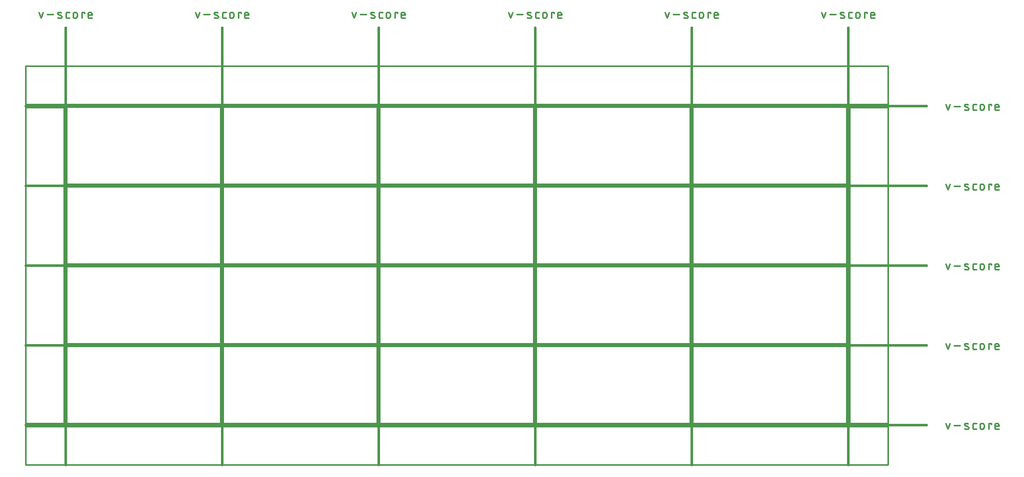
<source format=gko>
G75*
%MOIN*%
%OFA0B0*%
%FSLAX25Y25*%
%IPPOS*%
%LPD*%
%AMOC8*
5,1,8,0,0,1.08239X$1,22.5*
%
%ADD10C,0.00800*%
%ADD11C,0.01500*%
%ADD12C,0.01100*%
%ADD13C,0.01000*%
D10*
X0028750Y0028750D02*
X0128750Y0028750D01*
X0128750Y0078750D01*
X0028750Y0078750D01*
X0028750Y0028750D01*
X0130750Y0028750D02*
X0130750Y0078750D01*
X0230750Y0078750D01*
X0230750Y0028750D01*
X0130750Y0028750D01*
X0232750Y0028750D02*
X0232750Y0078750D01*
X0332750Y0078750D01*
X0332750Y0028750D01*
X0232750Y0028750D01*
X0334750Y0028750D02*
X0334750Y0078750D01*
X0434750Y0078750D01*
X0434750Y0028750D01*
X0334750Y0028750D01*
X0436750Y0028750D02*
X0436750Y0078750D01*
X0536750Y0078750D01*
X0536750Y0028750D01*
X0436750Y0028750D01*
X0436750Y0080750D02*
X0536750Y0080750D01*
X0536750Y0130750D01*
X0436750Y0130750D01*
X0436750Y0080750D01*
X0434750Y0080750D02*
X0334750Y0080750D01*
X0334750Y0130750D01*
X0434750Y0130750D01*
X0434750Y0080750D01*
X0332750Y0080750D02*
X0232750Y0080750D01*
X0232750Y0130750D01*
X0332750Y0130750D01*
X0332750Y0080750D01*
X0230750Y0080750D02*
X0130750Y0080750D01*
X0130750Y0130750D01*
X0230750Y0130750D01*
X0230750Y0080750D01*
X0128750Y0080750D02*
X0028750Y0080750D01*
X0028750Y0130750D01*
X0128750Y0130750D01*
X0128750Y0080750D01*
X0128750Y0132750D02*
X0028750Y0132750D01*
X0028750Y0182750D01*
X0128750Y0182750D01*
X0128750Y0132750D01*
X0130750Y0132750D02*
X0230750Y0132750D01*
X0230750Y0182750D01*
X0130750Y0182750D01*
X0130750Y0132750D01*
X0232750Y0132750D02*
X0332750Y0132750D01*
X0332750Y0182750D01*
X0232750Y0182750D01*
X0232750Y0132750D01*
X0334750Y0132750D02*
X0434750Y0132750D01*
X0434750Y0182750D01*
X0334750Y0182750D01*
X0334750Y0132750D01*
X0436750Y0132750D02*
X0536750Y0132750D01*
X0536750Y0182750D01*
X0436750Y0182750D01*
X0436750Y0132750D01*
X0436750Y0184750D02*
X0536750Y0184750D01*
X0536750Y0234750D01*
X0436750Y0234750D01*
X0436750Y0184750D01*
X0434750Y0184750D02*
X0334750Y0184750D01*
X0334750Y0234750D01*
X0434750Y0234750D01*
X0434750Y0184750D01*
X0332750Y0184750D02*
X0232750Y0184750D01*
X0232750Y0234750D01*
X0332750Y0234750D01*
X0332750Y0184750D01*
X0230750Y0184750D02*
X0130750Y0184750D01*
X0130750Y0234750D01*
X0230750Y0234750D01*
X0230750Y0184750D01*
X0128750Y0184750D02*
X0028750Y0184750D01*
X0028750Y0234750D01*
X0128750Y0234750D01*
X0128750Y0184750D01*
D11*
X0001750Y0183750D02*
X0588750Y0183750D01*
X0588750Y0131750D02*
X0001750Y0131750D01*
X0001750Y0079750D02*
X0588750Y0079750D01*
X0588750Y0027750D02*
X0001750Y0027750D01*
X0027750Y0001750D02*
X0027750Y0286750D01*
X0129750Y0286750D02*
X0129750Y0001750D01*
X0231750Y0001750D02*
X0231750Y0286750D01*
X0333750Y0286750D02*
X0333750Y0001750D01*
X0435750Y0001750D02*
X0435750Y0286750D01*
X0537750Y0286750D02*
X0537750Y0001750D01*
X0588750Y0235750D02*
X0001750Y0235750D01*
D12*
X0011852Y0292800D02*
X0013163Y0296733D01*
X0010541Y0296733D02*
X0011852Y0292800D01*
X0015834Y0295094D02*
X0019768Y0295094D01*
X0023136Y0295094D02*
X0024774Y0294439D01*
X0024775Y0294439D02*
X0024827Y0294416D01*
X0024878Y0294389D01*
X0024927Y0294359D01*
X0024974Y0294326D01*
X0025019Y0294290D01*
X0025061Y0294250D01*
X0025100Y0294208D01*
X0025136Y0294164D01*
X0025169Y0294117D01*
X0025199Y0294067D01*
X0025226Y0294016D01*
X0025249Y0293964D01*
X0025268Y0293910D01*
X0025284Y0293854D01*
X0025296Y0293798D01*
X0025304Y0293741D01*
X0025308Y0293684D01*
X0025309Y0293626D01*
X0025305Y0293569D01*
X0025298Y0293512D01*
X0025286Y0293455D01*
X0025271Y0293400D01*
X0025253Y0293345D01*
X0025230Y0293292D01*
X0025204Y0293241D01*
X0025175Y0293192D01*
X0025142Y0293144D01*
X0025106Y0293099D01*
X0025068Y0293057D01*
X0025026Y0293017D01*
X0024982Y0292980D01*
X0024935Y0292946D01*
X0024887Y0292915D01*
X0024836Y0292888D01*
X0024784Y0292864D01*
X0024730Y0292844D01*
X0024675Y0292828D01*
X0024619Y0292815D01*
X0024562Y0292806D01*
X0024504Y0292801D01*
X0024447Y0292800D01*
X0024938Y0296405D02*
X0024831Y0296451D01*
X0024722Y0296494D01*
X0024612Y0296534D01*
X0024500Y0296570D01*
X0024388Y0296602D01*
X0024274Y0296631D01*
X0024160Y0296657D01*
X0024045Y0296678D01*
X0023930Y0296697D01*
X0023813Y0296711D01*
X0023697Y0296722D01*
X0023580Y0296729D01*
X0023463Y0296733D01*
X0023463Y0296734D02*
X0023406Y0296733D01*
X0023348Y0296728D01*
X0023291Y0296719D01*
X0023235Y0296706D01*
X0023180Y0296690D01*
X0023126Y0296670D01*
X0023074Y0296646D01*
X0023023Y0296619D01*
X0022975Y0296588D01*
X0022928Y0296554D01*
X0022884Y0296517D01*
X0022842Y0296477D01*
X0022804Y0296435D01*
X0022768Y0296390D01*
X0022735Y0296342D01*
X0022706Y0296293D01*
X0022680Y0296242D01*
X0022657Y0296189D01*
X0022639Y0296134D01*
X0022624Y0296079D01*
X0022612Y0296022D01*
X0022605Y0295965D01*
X0022601Y0295908D01*
X0022602Y0295850D01*
X0022606Y0295793D01*
X0022614Y0295736D01*
X0022626Y0295680D01*
X0022642Y0295624D01*
X0022661Y0295570D01*
X0022684Y0295518D01*
X0022711Y0295467D01*
X0022741Y0295417D01*
X0022774Y0295370D01*
X0022810Y0295326D01*
X0022849Y0295284D01*
X0022891Y0295244D01*
X0022936Y0295208D01*
X0022983Y0295175D01*
X0023032Y0295145D01*
X0023083Y0295118D01*
X0023135Y0295095D01*
X0022644Y0293128D02*
X0022778Y0293082D01*
X0022913Y0293039D01*
X0023049Y0293000D01*
X0023186Y0292964D01*
X0023323Y0292932D01*
X0023462Y0292903D01*
X0023601Y0292877D01*
X0023741Y0292856D01*
X0023882Y0292837D01*
X0024022Y0292823D01*
X0024164Y0292812D01*
X0024305Y0292804D01*
X0024447Y0292801D01*
X0027988Y0293783D02*
X0027988Y0295750D01*
X0027990Y0295812D01*
X0027996Y0295873D01*
X0028005Y0295934D01*
X0028019Y0295994D01*
X0028036Y0296054D01*
X0028057Y0296112D01*
X0028082Y0296169D01*
X0028110Y0296224D01*
X0028141Y0296277D01*
X0028176Y0296328D01*
X0028214Y0296377D01*
X0028254Y0296423D01*
X0028298Y0296467D01*
X0028344Y0296507D01*
X0028393Y0296545D01*
X0028444Y0296580D01*
X0028497Y0296611D01*
X0028552Y0296639D01*
X0028609Y0296664D01*
X0028667Y0296685D01*
X0028727Y0296702D01*
X0028787Y0296716D01*
X0028848Y0296725D01*
X0028909Y0296731D01*
X0028971Y0296733D01*
X0030282Y0296733D01*
X0032695Y0295422D02*
X0032695Y0294111D01*
X0032696Y0294111D02*
X0032698Y0294040D01*
X0032704Y0293969D01*
X0032713Y0293899D01*
X0032727Y0293829D01*
X0032744Y0293760D01*
X0032765Y0293692D01*
X0032789Y0293626D01*
X0032817Y0293561D01*
X0032849Y0293497D01*
X0032884Y0293435D01*
X0032922Y0293375D01*
X0032963Y0293318D01*
X0033008Y0293262D01*
X0033055Y0293209D01*
X0033105Y0293159D01*
X0033158Y0293112D01*
X0033214Y0293067D01*
X0033271Y0293026D01*
X0033331Y0292988D01*
X0033393Y0292953D01*
X0033457Y0292921D01*
X0033522Y0292893D01*
X0033588Y0292869D01*
X0033656Y0292848D01*
X0033725Y0292831D01*
X0033795Y0292817D01*
X0033865Y0292808D01*
X0033936Y0292802D01*
X0034007Y0292800D01*
X0034078Y0292802D01*
X0034149Y0292808D01*
X0034219Y0292817D01*
X0034289Y0292831D01*
X0034358Y0292848D01*
X0034426Y0292869D01*
X0034492Y0292893D01*
X0034557Y0292921D01*
X0034621Y0292953D01*
X0034683Y0292988D01*
X0034743Y0293026D01*
X0034800Y0293067D01*
X0034856Y0293112D01*
X0034909Y0293159D01*
X0034959Y0293209D01*
X0035006Y0293262D01*
X0035051Y0293318D01*
X0035092Y0293375D01*
X0035130Y0293435D01*
X0035165Y0293497D01*
X0035197Y0293561D01*
X0035225Y0293626D01*
X0035249Y0293692D01*
X0035270Y0293760D01*
X0035287Y0293829D01*
X0035301Y0293899D01*
X0035310Y0293969D01*
X0035316Y0294040D01*
X0035318Y0294111D01*
X0035318Y0295422D01*
X0035316Y0295493D01*
X0035310Y0295564D01*
X0035301Y0295634D01*
X0035287Y0295704D01*
X0035270Y0295773D01*
X0035249Y0295841D01*
X0035225Y0295907D01*
X0035197Y0295972D01*
X0035165Y0296036D01*
X0035130Y0296098D01*
X0035092Y0296158D01*
X0035051Y0296215D01*
X0035006Y0296271D01*
X0034959Y0296324D01*
X0034909Y0296374D01*
X0034856Y0296421D01*
X0034800Y0296466D01*
X0034743Y0296507D01*
X0034683Y0296545D01*
X0034621Y0296580D01*
X0034557Y0296612D01*
X0034492Y0296640D01*
X0034426Y0296664D01*
X0034358Y0296685D01*
X0034289Y0296702D01*
X0034219Y0296716D01*
X0034149Y0296725D01*
X0034078Y0296731D01*
X0034007Y0296733D01*
X0033936Y0296731D01*
X0033865Y0296725D01*
X0033795Y0296716D01*
X0033725Y0296702D01*
X0033656Y0296685D01*
X0033588Y0296664D01*
X0033522Y0296640D01*
X0033457Y0296612D01*
X0033393Y0296580D01*
X0033331Y0296545D01*
X0033271Y0296507D01*
X0033214Y0296466D01*
X0033158Y0296421D01*
X0033105Y0296374D01*
X0033055Y0296324D01*
X0033008Y0296271D01*
X0032963Y0296215D01*
X0032922Y0296158D01*
X0032884Y0296098D01*
X0032849Y0296036D01*
X0032817Y0295972D01*
X0032789Y0295907D01*
X0032765Y0295841D01*
X0032744Y0295773D01*
X0032727Y0295704D01*
X0032713Y0295634D01*
X0032704Y0295564D01*
X0032698Y0295493D01*
X0032696Y0295422D01*
X0030282Y0292800D02*
X0028971Y0292800D01*
X0028909Y0292802D01*
X0028848Y0292808D01*
X0028787Y0292817D01*
X0028727Y0292831D01*
X0028667Y0292848D01*
X0028609Y0292869D01*
X0028552Y0292894D01*
X0028497Y0292922D01*
X0028444Y0292953D01*
X0028393Y0292988D01*
X0028344Y0293026D01*
X0028298Y0293066D01*
X0028254Y0293110D01*
X0028214Y0293156D01*
X0028176Y0293205D01*
X0028141Y0293256D01*
X0028110Y0293309D01*
X0028082Y0293364D01*
X0028057Y0293421D01*
X0028036Y0293479D01*
X0028019Y0293539D01*
X0028005Y0293599D01*
X0027996Y0293660D01*
X0027990Y0293721D01*
X0027988Y0293783D01*
X0038284Y0292800D02*
X0038284Y0296733D01*
X0040251Y0296733D01*
X0040251Y0296078D01*
X0042337Y0295422D02*
X0042337Y0293783D01*
X0042339Y0293721D01*
X0042345Y0293660D01*
X0042354Y0293599D01*
X0042368Y0293539D01*
X0042385Y0293479D01*
X0042406Y0293421D01*
X0042431Y0293364D01*
X0042459Y0293309D01*
X0042490Y0293256D01*
X0042525Y0293205D01*
X0042563Y0293156D01*
X0042603Y0293110D01*
X0042647Y0293066D01*
X0042693Y0293026D01*
X0042742Y0292988D01*
X0042793Y0292953D01*
X0042846Y0292922D01*
X0042901Y0292894D01*
X0042958Y0292869D01*
X0043016Y0292848D01*
X0043076Y0292831D01*
X0043136Y0292817D01*
X0043197Y0292808D01*
X0043258Y0292802D01*
X0043320Y0292800D01*
X0044959Y0292800D01*
X0044959Y0294767D02*
X0042337Y0294767D01*
X0042337Y0295422D02*
X0042339Y0295493D01*
X0042345Y0295564D01*
X0042354Y0295634D01*
X0042368Y0295704D01*
X0042385Y0295773D01*
X0042406Y0295841D01*
X0042430Y0295907D01*
X0042458Y0295972D01*
X0042490Y0296036D01*
X0042525Y0296098D01*
X0042563Y0296158D01*
X0042604Y0296215D01*
X0042649Y0296271D01*
X0042696Y0296324D01*
X0042746Y0296374D01*
X0042799Y0296421D01*
X0042855Y0296466D01*
X0042912Y0296507D01*
X0042972Y0296545D01*
X0043034Y0296580D01*
X0043098Y0296612D01*
X0043163Y0296640D01*
X0043229Y0296664D01*
X0043297Y0296685D01*
X0043366Y0296702D01*
X0043436Y0296716D01*
X0043506Y0296725D01*
X0043577Y0296731D01*
X0043648Y0296733D01*
X0043719Y0296731D01*
X0043790Y0296725D01*
X0043860Y0296716D01*
X0043930Y0296702D01*
X0043999Y0296685D01*
X0044067Y0296664D01*
X0044133Y0296640D01*
X0044198Y0296612D01*
X0044262Y0296580D01*
X0044324Y0296545D01*
X0044384Y0296507D01*
X0044441Y0296466D01*
X0044497Y0296421D01*
X0044550Y0296374D01*
X0044600Y0296324D01*
X0044647Y0296271D01*
X0044692Y0296215D01*
X0044733Y0296158D01*
X0044771Y0296098D01*
X0044806Y0296036D01*
X0044838Y0295972D01*
X0044866Y0295907D01*
X0044890Y0295841D01*
X0044911Y0295773D01*
X0044928Y0295704D01*
X0044942Y0295634D01*
X0044951Y0295564D01*
X0044957Y0295493D01*
X0044959Y0295422D01*
X0044959Y0294767D01*
X0112541Y0296733D02*
X0113852Y0292800D01*
X0115163Y0296733D01*
X0117834Y0295094D02*
X0121768Y0295094D01*
X0125136Y0295094D02*
X0126774Y0294439D01*
X0126775Y0294439D02*
X0126827Y0294416D01*
X0126878Y0294389D01*
X0126927Y0294359D01*
X0126974Y0294326D01*
X0127019Y0294290D01*
X0127061Y0294250D01*
X0127100Y0294208D01*
X0127136Y0294164D01*
X0127169Y0294117D01*
X0127199Y0294067D01*
X0127226Y0294016D01*
X0127249Y0293964D01*
X0127268Y0293910D01*
X0127284Y0293854D01*
X0127296Y0293798D01*
X0127304Y0293741D01*
X0127308Y0293684D01*
X0127309Y0293626D01*
X0127305Y0293569D01*
X0127298Y0293512D01*
X0127286Y0293455D01*
X0127271Y0293400D01*
X0127253Y0293345D01*
X0127230Y0293292D01*
X0127204Y0293241D01*
X0127175Y0293192D01*
X0127142Y0293144D01*
X0127106Y0293099D01*
X0127068Y0293057D01*
X0127026Y0293017D01*
X0126982Y0292980D01*
X0126935Y0292946D01*
X0126887Y0292915D01*
X0126836Y0292888D01*
X0126784Y0292864D01*
X0126730Y0292844D01*
X0126675Y0292828D01*
X0126619Y0292815D01*
X0126562Y0292806D01*
X0126504Y0292801D01*
X0126447Y0292800D01*
X0126938Y0296405D02*
X0126831Y0296451D01*
X0126722Y0296494D01*
X0126612Y0296534D01*
X0126500Y0296570D01*
X0126388Y0296602D01*
X0126274Y0296631D01*
X0126160Y0296657D01*
X0126045Y0296678D01*
X0125930Y0296697D01*
X0125813Y0296711D01*
X0125697Y0296722D01*
X0125580Y0296729D01*
X0125463Y0296733D01*
X0125463Y0296734D02*
X0125406Y0296733D01*
X0125348Y0296728D01*
X0125291Y0296719D01*
X0125235Y0296706D01*
X0125180Y0296690D01*
X0125126Y0296670D01*
X0125074Y0296646D01*
X0125023Y0296619D01*
X0124975Y0296588D01*
X0124928Y0296554D01*
X0124884Y0296517D01*
X0124842Y0296477D01*
X0124804Y0296435D01*
X0124768Y0296390D01*
X0124735Y0296342D01*
X0124706Y0296293D01*
X0124680Y0296242D01*
X0124657Y0296189D01*
X0124639Y0296134D01*
X0124624Y0296079D01*
X0124612Y0296022D01*
X0124605Y0295965D01*
X0124601Y0295908D01*
X0124602Y0295850D01*
X0124606Y0295793D01*
X0124614Y0295736D01*
X0124626Y0295680D01*
X0124642Y0295624D01*
X0124661Y0295570D01*
X0124684Y0295518D01*
X0124711Y0295467D01*
X0124741Y0295417D01*
X0124774Y0295370D01*
X0124810Y0295326D01*
X0124849Y0295284D01*
X0124891Y0295244D01*
X0124936Y0295208D01*
X0124983Y0295175D01*
X0125032Y0295145D01*
X0125083Y0295118D01*
X0125135Y0295095D01*
X0124644Y0293128D02*
X0124778Y0293082D01*
X0124913Y0293039D01*
X0125049Y0293000D01*
X0125186Y0292964D01*
X0125323Y0292932D01*
X0125462Y0292903D01*
X0125601Y0292877D01*
X0125741Y0292856D01*
X0125882Y0292837D01*
X0126022Y0292823D01*
X0126164Y0292812D01*
X0126305Y0292804D01*
X0126447Y0292801D01*
X0129988Y0293783D02*
X0129988Y0295750D01*
X0129990Y0295812D01*
X0129996Y0295873D01*
X0130005Y0295934D01*
X0130019Y0295994D01*
X0130036Y0296054D01*
X0130057Y0296112D01*
X0130082Y0296169D01*
X0130110Y0296224D01*
X0130141Y0296277D01*
X0130176Y0296328D01*
X0130214Y0296377D01*
X0130254Y0296423D01*
X0130298Y0296467D01*
X0130344Y0296507D01*
X0130393Y0296545D01*
X0130444Y0296580D01*
X0130497Y0296611D01*
X0130552Y0296639D01*
X0130609Y0296664D01*
X0130667Y0296685D01*
X0130727Y0296702D01*
X0130787Y0296716D01*
X0130848Y0296725D01*
X0130909Y0296731D01*
X0130971Y0296733D01*
X0132282Y0296733D01*
X0134695Y0295422D02*
X0134695Y0294111D01*
X0134696Y0294111D02*
X0134698Y0294040D01*
X0134704Y0293969D01*
X0134713Y0293899D01*
X0134727Y0293829D01*
X0134744Y0293760D01*
X0134765Y0293692D01*
X0134789Y0293626D01*
X0134817Y0293561D01*
X0134849Y0293497D01*
X0134884Y0293435D01*
X0134922Y0293375D01*
X0134963Y0293318D01*
X0135008Y0293262D01*
X0135055Y0293209D01*
X0135105Y0293159D01*
X0135158Y0293112D01*
X0135214Y0293067D01*
X0135271Y0293026D01*
X0135331Y0292988D01*
X0135393Y0292953D01*
X0135457Y0292921D01*
X0135522Y0292893D01*
X0135588Y0292869D01*
X0135656Y0292848D01*
X0135725Y0292831D01*
X0135795Y0292817D01*
X0135865Y0292808D01*
X0135936Y0292802D01*
X0136007Y0292800D01*
X0136078Y0292802D01*
X0136149Y0292808D01*
X0136219Y0292817D01*
X0136289Y0292831D01*
X0136358Y0292848D01*
X0136426Y0292869D01*
X0136492Y0292893D01*
X0136557Y0292921D01*
X0136621Y0292953D01*
X0136683Y0292988D01*
X0136743Y0293026D01*
X0136800Y0293067D01*
X0136856Y0293112D01*
X0136909Y0293159D01*
X0136959Y0293209D01*
X0137006Y0293262D01*
X0137051Y0293318D01*
X0137092Y0293375D01*
X0137130Y0293435D01*
X0137165Y0293497D01*
X0137197Y0293561D01*
X0137225Y0293626D01*
X0137249Y0293692D01*
X0137270Y0293760D01*
X0137287Y0293829D01*
X0137301Y0293899D01*
X0137310Y0293969D01*
X0137316Y0294040D01*
X0137318Y0294111D01*
X0137318Y0295422D01*
X0137316Y0295493D01*
X0137310Y0295564D01*
X0137301Y0295634D01*
X0137287Y0295704D01*
X0137270Y0295773D01*
X0137249Y0295841D01*
X0137225Y0295907D01*
X0137197Y0295972D01*
X0137165Y0296036D01*
X0137130Y0296098D01*
X0137092Y0296158D01*
X0137051Y0296215D01*
X0137006Y0296271D01*
X0136959Y0296324D01*
X0136909Y0296374D01*
X0136856Y0296421D01*
X0136800Y0296466D01*
X0136743Y0296507D01*
X0136683Y0296545D01*
X0136621Y0296580D01*
X0136557Y0296612D01*
X0136492Y0296640D01*
X0136426Y0296664D01*
X0136358Y0296685D01*
X0136289Y0296702D01*
X0136219Y0296716D01*
X0136149Y0296725D01*
X0136078Y0296731D01*
X0136007Y0296733D01*
X0135936Y0296731D01*
X0135865Y0296725D01*
X0135795Y0296716D01*
X0135725Y0296702D01*
X0135656Y0296685D01*
X0135588Y0296664D01*
X0135522Y0296640D01*
X0135457Y0296612D01*
X0135393Y0296580D01*
X0135331Y0296545D01*
X0135271Y0296507D01*
X0135214Y0296466D01*
X0135158Y0296421D01*
X0135105Y0296374D01*
X0135055Y0296324D01*
X0135008Y0296271D01*
X0134963Y0296215D01*
X0134922Y0296158D01*
X0134884Y0296098D01*
X0134849Y0296036D01*
X0134817Y0295972D01*
X0134789Y0295907D01*
X0134765Y0295841D01*
X0134744Y0295773D01*
X0134727Y0295704D01*
X0134713Y0295634D01*
X0134704Y0295564D01*
X0134698Y0295493D01*
X0134696Y0295422D01*
X0132282Y0292800D02*
X0130971Y0292800D01*
X0130909Y0292802D01*
X0130848Y0292808D01*
X0130787Y0292817D01*
X0130727Y0292831D01*
X0130667Y0292848D01*
X0130609Y0292869D01*
X0130552Y0292894D01*
X0130497Y0292922D01*
X0130444Y0292953D01*
X0130393Y0292988D01*
X0130344Y0293026D01*
X0130298Y0293066D01*
X0130254Y0293110D01*
X0130214Y0293156D01*
X0130176Y0293205D01*
X0130141Y0293256D01*
X0130110Y0293309D01*
X0130082Y0293364D01*
X0130057Y0293421D01*
X0130036Y0293479D01*
X0130019Y0293539D01*
X0130005Y0293599D01*
X0129996Y0293660D01*
X0129990Y0293721D01*
X0129988Y0293783D01*
X0140284Y0292800D02*
X0140284Y0296733D01*
X0142251Y0296733D01*
X0142251Y0296078D01*
X0144337Y0295422D02*
X0144337Y0293783D01*
X0144339Y0293721D01*
X0144345Y0293660D01*
X0144354Y0293599D01*
X0144368Y0293539D01*
X0144385Y0293479D01*
X0144406Y0293421D01*
X0144431Y0293364D01*
X0144459Y0293309D01*
X0144490Y0293256D01*
X0144525Y0293205D01*
X0144563Y0293156D01*
X0144603Y0293110D01*
X0144647Y0293066D01*
X0144693Y0293026D01*
X0144742Y0292988D01*
X0144793Y0292953D01*
X0144846Y0292922D01*
X0144901Y0292894D01*
X0144958Y0292869D01*
X0145016Y0292848D01*
X0145076Y0292831D01*
X0145136Y0292817D01*
X0145197Y0292808D01*
X0145258Y0292802D01*
X0145320Y0292800D01*
X0146959Y0292800D01*
X0146959Y0294767D02*
X0144337Y0294767D01*
X0144337Y0295422D02*
X0144339Y0295493D01*
X0144345Y0295564D01*
X0144354Y0295634D01*
X0144368Y0295704D01*
X0144385Y0295773D01*
X0144406Y0295841D01*
X0144430Y0295907D01*
X0144458Y0295972D01*
X0144490Y0296036D01*
X0144525Y0296098D01*
X0144563Y0296158D01*
X0144604Y0296215D01*
X0144649Y0296271D01*
X0144696Y0296324D01*
X0144746Y0296374D01*
X0144799Y0296421D01*
X0144855Y0296466D01*
X0144912Y0296507D01*
X0144972Y0296545D01*
X0145034Y0296580D01*
X0145098Y0296612D01*
X0145163Y0296640D01*
X0145229Y0296664D01*
X0145297Y0296685D01*
X0145366Y0296702D01*
X0145436Y0296716D01*
X0145506Y0296725D01*
X0145577Y0296731D01*
X0145648Y0296733D01*
X0145719Y0296731D01*
X0145790Y0296725D01*
X0145860Y0296716D01*
X0145930Y0296702D01*
X0145999Y0296685D01*
X0146067Y0296664D01*
X0146133Y0296640D01*
X0146198Y0296612D01*
X0146262Y0296580D01*
X0146324Y0296545D01*
X0146384Y0296507D01*
X0146441Y0296466D01*
X0146497Y0296421D01*
X0146550Y0296374D01*
X0146600Y0296324D01*
X0146647Y0296271D01*
X0146692Y0296215D01*
X0146733Y0296158D01*
X0146771Y0296098D01*
X0146806Y0296036D01*
X0146838Y0295972D01*
X0146866Y0295907D01*
X0146890Y0295841D01*
X0146911Y0295773D01*
X0146928Y0295704D01*
X0146942Y0295634D01*
X0146951Y0295564D01*
X0146957Y0295493D01*
X0146959Y0295422D01*
X0146959Y0294767D01*
X0214541Y0296733D02*
X0215852Y0292800D01*
X0217163Y0296733D01*
X0219834Y0295094D02*
X0223768Y0295094D01*
X0227136Y0295094D02*
X0228774Y0294439D01*
X0228775Y0294439D02*
X0228827Y0294416D01*
X0228878Y0294389D01*
X0228927Y0294359D01*
X0228974Y0294326D01*
X0229019Y0294290D01*
X0229061Y0294250D01*
X0229100Y0294208D01*
X0229136Y0294164D01*
X0229169Y0294117D01*
X0229199Y0294067D01*
X0229226Y0294016D01*
X0229249Y0293964D01*
X0229268Y0293910D01*
X0229284Y0293854D01*
X0229296Y0293798D01*
X0229304Y0293741D01*
X0229308Y0293684D01*
X0229309Y0293626D01*
X0229305Y0293569D01*
X0229298Y0293512D01*
X0229286Y0293455D01*
X0229271Y0293400D01*
X0229253Y0293345D01*
X0229230Y0293292D01*
X0229204Y0293241D01*
X0229175Y0293192D01*
X0229142Y0293144D01*
X0229106Y0293099D01*
X0229068Y0293057D01*
X0229026Y0293017D01*
X0228982Y0292980D01*
X0228935Y0292946D01*
X0228887Y0292915D01*
X0228836Y0292888D01*
X0228784Y0292864D01*
X0228730Y0292844D01*
X0228675Y0292828D01*
X0228619Y0292815D01*
X0228562Y0292806D01*
X0228504Y0292801D01*
X0228447Y0292800D01*
X0228938Y0296405D02*
X0228831Y0296451D01*
X0228722Y0296494D01*
X0228612Y0296534D01*
X0228500Y0296570D01*
X0228388Y0296602D01*
X0228274Y0296631D01*
X0228160Y0296657D01*
X0228045Y0296678D01*
X0227930Y0296697D01*
X0227813Y0296711D01*
X0227697Y0296722D01*
X0227580Y0296729D01*
X0227463Y0296733D01*
X0227463Y0296734D02*
X0227406Y0296733D01*
X0227348Y0296728D01*
X0227291Y0296719D01*
X0227235Y0296706D01*
X0227180Y0296690D01*
X0227126Y0296670D01*
X0227074Y0296646D01*
X0227023Y0296619D01*
X0226975Y0296588D01*
X0226928Y0296554D01*
X0226884Y0296517D01*
X0226842Y0296477D01*
X0226804Y0296435D01*
X0226768Y0296390D01*
X0226735Y0296342D01*
X0226706Y0296293D01*
X0226680Y0296242D01*
X0226657Y0296189D01*
X0226639Y0296134D01*
X0226624Y0296079D01*
X0226612Y0296022D01*
X0226605Y0295965D01*
X0226601Y0295908D01*
X0226602Y0295850D01*
X0226606Y0295793D01*
X0226614Y0295736D01*
X0226626Y0295680D01*
X0226642Y0295624D01*
X0226661Y0295570D01*
X0226684Y0295518D01*
X0226711Y0295467D01*
X0226741Y0295417D01*
X0226774Y0295370D01*
X0226810Y0295326D01*
X0226849Y0295284D01*
X0226891Y0295244D01*
X0226936Y0295208D01*
X0226983Y0295175D01*
X0227032Y0295145D01*
X0227083Y0295118D01*
X0227135Y0295095D01*
X0226644Y0293128D02*
X0226778Y0293082D01*
X0226913Y0293039D01*
X0227049Y0293000D01*
X0227186Y0292964D01*
X0227323Y0292932D01*
X0227462Y0292903D01*
X0227601Y0292877D01*
X0227741Y0292856D01*
X0227882Y0292837D01*
X0228022Y0292823D01*
X0228164Y0292812D01*
X0228305Y0292804D01*
X0228447Y0292801D01*
X0231988Y0293783D02*
X0231988Y0295750D01*
X0231990Y0295812D01*
X0231996Y0295873D01*
X0232005Y0295934D01*
X0232019Y0295994D01*
X0232036Y0296054D01*
X0232057Y0296112D01*
X0232082Y0296169D01*
X0232110Y0296224D01*
X0232141Y0296277D01*
X0232176Y0296328D01*
X0232214Y0296377D01*
X0232254Y0296423D01*
X0232298Y0296467D01*
X0232344Y0296507D01*
X0232393Y0296545D01*
X0232444Y0296580D01*
X0232497Y0296611D01*
X0232552Y0296639D01*
X0232609Y0296664D01*
X0232667Y0296685D01*
X0232727Y0296702D01*
X0232787Y0296716D01*
X0232848Y0296725D01*
X0232909Y0296731D01*
X0232971Y0296733D01*
X0234282Y0296733D01*
X0236695Y0295422D02*
X0236695Y0294111D01*
X0236696Y0294111D02*
X0236698Y0294040D01*
X0236704Y0293969D01*
X0236713Y0293899D01*
X0236727Y0293829D01*
X0236744Y0293760D01*
X0236765Y0293692D01*
X0236789Y0293626D01*
X0236817Y0293561D01*
X0236849Y0293497D01*
X0236884Y0293435D01*
X0236922Y0293375D01*
X0236963Y0293318D01*
X0237008Y0293262D01*
X0237055Y0293209D01*
X0237105Y0293159D01*
X0237158Y0293112D01*
X0237214Y0293067D01*
X0237271Y0293026D01*
X0237331Y0292988D01*
X0237393Y0292953D01*
X0237457Y0292921D01*
X0237522Y0292893D01*
X0237588Y0292869D01*
X0237656Y0292848D01*
X0237725Y0292831D01*
X0237795Y0292817D01*
X0237865Y0292808D01*
X0237936Y0292802D01*
X0238007Y0292800D01*
X0238078Y0292802D01*
X0238149Y0292808D01*
X0238219Y0292817D01*
X0238289Y0292831D01*
X0238358Y0292848D01*
X0238426Y0292869D01*
X0238492Y0292893D01*
X0238557Y0292921D01*
X0238621Y0292953D01*
X0238683Y0292988D01*
X0238743Y0293026D01*
X0238800Y0293067D01*
X0238856Y0293112D01*
X0238909Y0293159D01*
X0238959Y0293209D01*
X0239006Y0293262D01*
X0239051Y0293318D01*
X0239092Y0293375D01*
X0239130Y0293435D01*
X0239165Y0293497D01*
X0239197Y0293561D01*
X0239225Y0293626D01*
X0239249Y0293692D01*
X0239270Y0293760D01*
X0239287Y0293829D01*
X0239301Y0293899D01*
X0239310Y0293969D01*
X0239316Y0294040D01*
X0239318Y0294111D01*
X0239318Y0295422D01*
X0239316Y0295493D01*
X0239310Y0295564D01*
X0239301Y0295634D01*
X0239287Y0295704D01*
X0239270Y0295773D01*
X0239249Y0295841D01*
X0239225Y0295907D01*
X0239197Y0295972D01*
X0239165Y0296036D01*
X0239130Y0296098D01*
X0239092Y0296158D01*
X0239051Y0296215D01*
X0239006Y0296271D01*
X0238959Y0296324D01*
X0238909Y0296374D01*
X0238856Y0296421D01*
X0238800Y0296466D01*
X0238743Y0296507D01*
X0238683Y0296545D01*
X0238621Y0296580D01*
X0238557Y0296612D01*
X0238492Y0296640D01*
X0238426Y0296664D01*
X0238358Y0296685D01*
X0238289Y0296702D01*
X0238219Y0296716D01*
X0238149Y0296725D01*
X0238078Y0296731D01*
X0238007Y0296733D01*
X0237936Y0296731D01*
X0237865Y0296725D01*
X0237795Y0296716D01*
X0237725Y0296702D01*
X0237656Y0296685D01*
X0237588Y0296664D01*
X0237522Y0296640D01*
X0237457Y0296612D01*
X0237393Y0296580D01*
X0237331Y0296545D01*
X0237271Y0296507D01*
X0237214Y0296466D01*
X0237158Y0296421D01*
X0237105Y0296374D01*
X0237055Y0296324D01*
X0237008Y0296271D01*
X0236963Y0296215D01*
X0236922Y0296158D01*
X0236884Y0296098D01*
X0236849Y0296036D01*
X0236817Y0295972D01*
X0236789Y0295907D01*
X0236765Y0295841D01*
X0236744Y0295773D01*
X0236727Y0295704D01*
X0236713Y0295634D01*
X0236704Y0295564D01*
X0236698Y0295493D01*
X0236696Y0295422D01*
X0234282Y0292800D02*
X0232971Y0292800D01*
X0232909Y0292802D01*
X0232848Y0292808D01*
X0232787Y0292817D01*
X0232727Y0292831D01*
X0232667Y0292848D01*
X0232609Y0292869D01*
X0232552Y0292894D01*
X0232497Y0292922D01*
X0232444Y0292953D01*
X0232393Y0292988D01*
X0232344Y0293026D01*
X0232298Y0293066D01*
X0232254Y0293110D01*
X0232214Y0293156D01*
X0232176Y0293205D01*
X0232141Y0293256D01*
X0232110Y0293309D01*
X0232082Y0293364D01*
X0232057Y0293421D01*
X0232036Y0293479D01*
X0232019Y0293539D01*
X0232005Y0293599D01*
X0231996Y0293660D01*
X0231990Y0293721D01*
X0231988Y0293783D01*
X0242284Y0292800D02*
X0242284Y0296733D01*
X0244251Y0296733D01*
X0244251Y0296078D01*
X0246337Y0295422D02*
X0246337Y0293783D01*
X0246339Y0293721D01*
X0246345Y0293660D01*
X0246354Y0293599D01*
X0246368Y0293539D01*
X0246385Y0293479D01*
X0246406Y0293421D01*
X0246431Y0293364D01*
X0246459Y0293309D01*
X0246490Y0293256D01*
X0246525Y0293205D01*
X0246563Y0293156D01*
X0246603Y0293110D01*
X0246647Y0293066D01*
X0246693Y0293026D01*
X0246742Y0292988D01*
X0246793Y0292953D01*
X0246846Y0292922D01*
X0246901Y0292894D01*
X0246958Y0292869D01*
X0247016Y0292848D01*
X0247076Y0292831D01*
X0247136Y0292817D01*
X0247197Y0292808D01*
X0247258Y0292802D01*
X0247320Y0292800D01*
X0248959Y0292800D01*
X0248959Y0294767D02*
X0246337Y0294767D01*
X0246337Y0295422D02*
X0246339Y0295493D01*
X0246345Y0295564D01*
X0246354Y0295634D01*
X0246368Y0295704D01*
X0246385Y0295773D01*
X0246406Y0295841D01*
X0246430Y0295907D01*
X0246458Y0295972D01*
X0246490Y0296036D01*
X0246525Y0296098D01*
X0246563Y0296158D01*
X0246604Y0296215D01*
X0246649Y0296271D01*
X0246696Y0296324D01*
X0246746Y0296374D01*
X0246799Y0296421D01*
X0246855Y0296466D01*
X0246912Y0296507D01*
X0246972Y0296545D01*
X0247034Y0296580D01*
X0247098Y0296612D01*
X0247163Y0296640D01*
X0247229Y0296664D01*
X0247297Y0296685D01*
X0247366Y0296702D01*
X0247436Y0296716D01*
X0247506Y0296725D01*
X0247577Y0296731D01*
X0247648Y0296733D01*
X0247719Y0296731D01*
X0247790Y0296725D01*
X0247860Y0296716D01*
X0247930Y0296702D01*
X0247999Y0296685D01*
X0248067Y0296664D01*
X0248133Y0296640D01*
X0248198Y0296612D01*
X0248262Y0296580D01*
X0248324Y0296545D01*
X0248384Y0296507D01*
X0248441Y0296466D01*
X0248497Y0296421D01*
X0248550Y0296374D01*
X0248600Y0296324D01*
X0248647Y0296271D01*
X0248692Y0296215D01*
X0248733Y0296158D01*
X0248771Y0296098D01*
X0248806Y0296036D01*
X0248838Y0295972D01*
X0248866Y0295907D01*
X0248890Y0295841D01*
X0248911Y0295773D01*
X0248928Y0295704D01*
X0248942Y0295634D01*
X0248951Y0295564D01*
X0248957Y0295493D01*
X0248959Y0295422D01*
X0248959Y0294767D01*
X0316541Y0296733D02*
X0317852Y0292800D01*
X0319163Y0296733D01*
X0321834Y0295094D02*
X0325768Y0295094D01*
X0329136Y0295094D02*
X0330774Y0294439D01*
X0330775Y0294439D02*
X0330827Y0294416D01*
X0330878Y0294389D01*
X0330927Y0294359D01*
X0330974Y0294326D01*
X0331019Y0294290D01*
X0331061Y0294250D01*
X0331100Y0294208D01*
X0331136Y0294164D01*
X0331169Y0294117D01*
X0331199Y0294067D01*
X0331226Y0294016D01*
X0331249Y0293964D01*
X0331268Y0293910D01*
X0331284Y0293854D01*
X0331296Y0293798D01*
X0331304Y0293741D01*
X0331308Y0293684D01*
X0331309Y0293626D01*
X0331305Y0293569D01*
X0331298Y0293512D01*
X0331286Y0293455D01*
X0331271Y0293400D01*
X0331253Y0293345D01*
X0331230Y0293292D01*
X0331204Y0293241D01*
X0331175Y0293192D01*
X0331142Y0293144D01*
X0331106Y0293099D01*
X0331068Y0293057D01*
X0331026Y0293017D01*
X0330982Y0292980D01*
X0330935Y0292946D01*
X0330887Y0292915D01*
X0330836Y0292888D01*
X0330784Y0292864D01*
X0330730Y0292844D01*
X0330675Y0292828D01*
X0330619Y0292815D01*
X0330562Y0292806D01*
X0330504Y0292801D01*
X0330447Y0292800D01*
X0330938Y0296405D02*
X0330831Y0296451D01*
X0330722Y0296494D01*
X0330612Y0296534D01*
X0330500Y0296570D01*
X0330388Y0296602D01*
X0330274Y0296631D01*
X0330160Y0296657D01*
X0330045Y0296678D01*
X0329930Y0296697D01*
X0329813Y0296711D01*
X0329697Y0296722D01*
X0329580Y0296729D01*
X0329463Y0296733D01*
X0329463Y0296734D02*
X0329406Y0296733D01*
X0329348Y0296728D01*
X0329291Y0296719D01*
X0329235Y0296706D01*
X0329180Y0296690D01*
X0329126Y0296670D01*
X0329074Y0296646D01*
X0329023Y0296619D01*
X0328975Y0296588D01*
X0328928Y0296554D01*
X0328884Y0296517D01*
X0328842Y0296477D01*
X0328804Y0296435D01*
X0328768Y0296390D01*
X0328735Y0296342D01*
X0328706Y0296293D01*
X0328680Y0296242D01*
X0328657Y0296189D01*
X0328639Y0296134D01*
X0328624Y0296079D01*
X0328612Y0296022D01*
X0328605Y0295965D01*
X0328601Y0295908D01*
X0328602Y0295850D01*
X0328606Y0295793D01*
X0328614Y0295736D01*
X0328626Y0295680D01*
X0328642Y0295624D01*
X0328661Y0295570D01*
X0328684Y0295518D01*
X0328711Y0295467D01*
X0328741Y0295417D01*
X0328774Y0295370D01*
X0328810Y0295326D01*
X0328849Y0295284D01*
X0328891Y0295244D01*
X0328936Y0295208D01*
X0328983Y0295175D01*
X0329032Y0295145D01*
X0329083Y0295118D01*
X0329135Y0295095D01*
X0328644Y0293128D02*
X0328778Y0293082D01*
X0328913Y0293039D01*
X0329049Y0293000D01*
X0329186Y0292964D01*
X0329323Y0292932D01*
X0329462Y0292903D01*
X0329601Y0292877D01*
X0329741Y0292856D01*
X0329882Y0292837D01*
X0330022Y0292823D01*
X0330164Y0292812D01*
X0330305Y0292804D01*
X0330447Y0292801D01*
X0333988Y0293783D02*
X0333988Y0295750D01*
X0333990Y0295812D01*
X0333996Y0295873D01*
X0334005Y0295934D01*
X0334019Y0295994D01*
X0334036Y0296054D01*
X0334057Y0296112D01*
X0334082Y0296169D01*
X0334110Y0296224D01*
X0334141Y0296277D01*
X0334176Y0296328D01*
X0334214Y0296377D01*
X0334254Y0296423D01*
X0334298Y0296467D01*
X0334344Y0296507D01*
X0334393Y0296545D01*
X0334444Y0296580D01*
X0334497Y0296611D01*
X0334552Y0296639D01*
X0334609Y0296664D01*
X0334667Y0296685D01*
X0334727Y0296702D01*
X0334787Y0296716D01*
X0334848Y0296725D01*
X0334909Y0296731D01*
X0334971Y0296733D01*
X0336282Y0296733D01*
X0338695Y0295422D02*
X0338695Y0294111D01*
X0338696Y0294111D02*
X0338698Y0294040D01*
X0338704Y0293969D01*
X0338713Y0293899D01*
X0338727Y0293829D01*
X0338744Y0293760D01*
X0338765Y0293692D01*
X0338789Y0293626D01*
X0338817Y0293561D01*
X0338849Y0293497D01*
X0338884Y0293435D01*
X0338922Y0293375D01*
X0338963Y0293318D01*
X0339008Y0293262D01*
X0339055Y0293209D01*
X0339105Y0293159D01*
X0339158Y0293112D01*
X0339214Y0293067D01*
X0339271Y0293026D01*
X0339331Y0292988D01*
X0339393Y0292953D01*
X0339457Y0292921D01*
X0339522Y0292893D01*
X0339588Y0292869D01*
X0339656Y0292848D01*
X0339725Y0292831D01*
X0339795Y0292817D01*
X0339865Y0292808D01*
X0339936Y0292802D01*
X0340007Y0292800D01*
X0340078Y0292802D01*
X0340149Y0292808D01*
X0340219Y0292817D01*
X0340289Y0292831D01*
X0340358Y0292848D01*
X0340426Y0292869D01*
X0340492Y0292893D01*
X0340557Y0292921D01*
X0340621Y0292953D01*
X0340683Y0292988D01*
X0340743Y0293026D01*
X0340800Y0293067D01*
X0340856Y0293112D01*
X0340909Y0293159D01*
X0340959Y0293209D01*
X0341006Y0293262D01*
X0341051Y0293318D01*
X0341092Y0293375D01*
X0341130Y0293435D01*
X0341165Y0293497D01*
X0341197Y0293561D01*
X0341225Y0293626D01*
X0341249Y0293692D01*
X0341270Y0293760D01*
X0341287Y0293829D01*
X0341301Y0293899D01*
X0341310Y0293969D01*
X0341316Y0294040D01*
X0341318Y0294111D01*
X0341318Y0295422D01*
X0341316Y0295493D01*
X0341310Y0295564D01*
X0341301Y0295634D01*
X0341287Y0295704D01*
X0341270Y0295773D01*
X0341249Y0295841D01*
X0341225Y0295907D01*
X0341197Y0295972D01*
X0341165Y0296036D01*
X0341130Y0296098D01*
X0341092Y0296158D01*
X0341051Y0296215D01*
X0341006Y0296271D01*
X0340959Y0296324D01*
X0340909Y0296374D01*
X0340856Y0296421D01*
X0340800Y0296466D01*
X0340743Y0296507D01*
X0340683Y0296545D01*
X0340621Y0296580D01*
X0340557Y0296612D01*
X0340492Y0296640D01*
X0340426Y0296664D01*
X0340358Y0296685D01*
X0340289Y0296702D01*
X0340219Y0296716D01*
X0340149Y0296725D01*
X0340078Y0296731D01*
X0340007Y0296733D01*
X0339936Y0296731D01*
X0339865Y0296725D01*
X0339795Y0296716D01*
X0339725Y0296702D01*
X0339656Y0296685D01*
X0339588Y0296664D01*
X0339522Y0296640D01*
X0339457Y0296612D01*
X0339393Y0296580D01*
X0339331Y0296545D01*
X0339271Y0296507D01*
X0339214Y0296466D01*
X0339158Y0296421D01*
X0339105Y0296374D01*
X0339055Y0296324D01*
X0339008Y0296271D01*
X0338963Y0296215D01*
X0338922Y0296158D01*
X0338884Y0296098D01*
X0338849Y0296036D01*
X0338817Y0295972D01*
X0338789Y0295907D01*
X0338765Y0295841D01*
X0338744Y0295773D01*
X0338727Y0295704D01*
X0338713Y0295634D01*
X0338704Y0295564D01*
X0338698Y0295493D01*
X0338696Y0295422D01*
X0336282Y0292800D02*
X0334971Y0292800D01*
X0334909Y0292802D01*
X0334848Y0292808D01*
X0334787Y0292817D01*
X0334727Y0292831D01*
X0334667Y0292848D01*
X0334609Y0292869D01*
X0334552Y0292894D01*
X0334497Y0292922D01*
X0334444Y0292953D01*
X0334393Y0292988D01*
X0334344Y0293026D01*
X0334298Y0293066D01*
X0334254Y0293110D01*
X0334214Y0293156D01*
X0334176Y0293205D01*
X0334141Y0293256D01*
X0334110Y0293309D01*
X0334082Y0293364D01*
X0334057Y0293421D01*
X0334036Y0293479D01*
X0334019Y0293539D01*
X0334005Y0293599D01*
X0333996Y0293660D01*
X0333990Y0293721D01*
X0333988Y0293783D01*
X0344284Y0292800D02*
X0344284Y0296733D01*
X0346251Y0296733D01*
X0346251Y0296078D01*
X0348337Y0295422D02*
X0348337Y0293783D01*
X0348339Y0293721D01*
X0348345Y0293660D01*
X0348354Y0293599D01*
X0348368Y0293539D01*
X0348385Y0293479D01*
X0348406Y0293421D01*
X0348431Y0293364D01*
X0348459Y0293309D01*
X0348490Y0293256D01*
X0348525Y0293205D01*
X0348563Y0293156D01*
X0348603Y0293110D01*
X0348647Y0293066D01*
X0348693Y0293026D01*
X0348742Y0292988D01*
X0348793Y0292953D01*
X0348846Y0292922D01*
X0348901Y0292894D01*
X0348958Y0292869D01*
X0349016Y0292848D01*
X0349076Y0292831D01*
X0349136Y0292817D01*
X0349197Y0292808D01*
X0349258Y0292802D01*
X0349320Y0292800D01*
X0350959Y0292800D01*
X0350959Y0294767D02*
X0348337Y0294767D01*
X0348337Y0295422D02*
X0348339Y0295493D01*
X0348345Y0295564D01*
X0348354Y0295634D01*
X0348368Y0295704D01*
X0348385Y0295773D01*
X0348406Y0295841D01*
X0348430Y0295907D01*
X0348458Y0295972D01*
X0348490Y0296036D01*
X0348525Y0296098D01*
X0348563Y0296158D01*
X0348604Y0296215D01*
X0348649Y0296271D01*
X0348696Y0296324D01*
X0348746Y0296374D01*
X0348799Y0296421D01*
X0348855Y0296466D01*
X0348912Y0296507D01*
X0348972Y0296545D01*
X0349034Y0296580D01*
X0349098Y0296612D01*
X0349163Y0296640D01*
X0349229Y0296664D01*
X0349297Y0296685D01*
X0349366Y0296702D01*
X0349436Y0296716D01*
X0349506Y0296725D01*
X0349577Y0296731D01*
X0349648Y0296733D01*
X0349719Y0296731D01*
X0349790Y0296725D01*
X0349860Y0296716D01*
X0349930Y0296702D01*
X0349999Y0296685D01*
X0350067Y0296664D01*
X0350133Y0296640D01*
X0350198Y0296612D01*
X0350262Y0296580D01*
X0350324Y0296545D01*
X0350384Y0296507D01*
X0350441Y0296466D01*
X0350497Y0296421D01*
X0350550Y0296374D01*
X0350600Y0296324D01*
X0350647Y0296271D01*
X0350692Y0296215D01*
X0350733Y0296158D01*
X0350771Y0296098D01*
X0350806Y0296036D01*
X0350838Y0295972D01*
X0350866Y0295907D01*
X0350890Y0295841D01*
X0350911Y0295773D01*
X0350928Y0295704D01*
X0350942Y0295634D01*
X0350951Y0295564D01*
X0350957Y0295493D01*
X0350959Y0295422D01*
X0350959Y0294767D01*
X0418541Y0296733D02*
X0419852Y0292800D01*
X0421163Y0296733D01*
X0423834Y0295094D02*
X0427768Y0295094D01*
X0431136Y0295094D02*
X0432774Y0294439D01*
X0432775Y0294439D02*
X0432827Y0294416D01*
X0432878Y0294389D01*
X0432927Y0294359D01*
X0432974Y0294326D01*
X0433019Y0294290D01*
X0433061Y0294250D01*
X0433100Y0294208D01*
X0433136Y0294164D01*
X0433169Y0294117D01*
X0433199Y0294067D01*
X0433226Y0294016D01*
X0433249Y0293964D01*
X0433268Y0293910D01*
X0433284Y0293854D01*
X0433296Y0293798D01*
X0433304Y0293741D01*
X0433308Y0293684D01*
X0433309Y0293626D01*
X0433305Y0293569D01*
X0433298Y0293512D01*
X0433286Y0293455D01*
X0433271Y0293400D01*
X0433253Y0293345D01*
X0433230Y0293292D01*
X0433204Y0293241D01*
X0433175Y0293192D01*
X0433142Y0293144D01*
X0433106Y0293099D01*
X0433068Y0293057D01*
X0433026Y0293017D01*
X0432982Y0292980D01*
X0432935Y0292946D01*
X0432887Y0292915D01*
X0432836Y0292888D01*
X0432784Y0292864D01*
X0432730Y0292844D01*
X0432675Y0292828D01*
X0432619Y0292815D01*
X0432562Y0292806D01*
X0432504Y0292801D01*
X0432447Y0292800D01*
X0432938Y0296405D02*
X0432831Y0296451D01*
X0432722Y0296494D01*
X0432612Y0296534D01*
X0432500Y0296570D01*
X0432388Y0296602D01*
X0432274Y0296631D01*
X0432160Y0296657D01*
X0432045Y0296678D01*
X0431930Y0296697D01*
X0431813Y0296711D01*
X0431697Y0296722D01*
X0431580Y0296729D01*
X0431463Y0296733D01*
X0431463Y0296734D02*
X0431406Y0296733D01*
X0431348Y0296728D01*
X0431291Y0296719D01*
X0431235Y0296706D01*
X0431180Y0296690D01*
X0431126Y0296670D01*
X0431074Y0296646D01*
X0431023Y0296619D01*
X0430975Y0296588D01*
X0430928Y0296554D01*
X0430884Y0296517D01*
X0430842Y0296477D01*
X0430804Y0296435D01*
X0430768Y0296390D01*
X0430735Y0296342D01*
X0430706Y0296293D01*
X0430680Y0296242D01*
X0430657Y0296189D01*
X0430639Y0296134D01*
X0430624Y0296079D01*
X0430612Y0296022D01*
X0430605Y0295965D01*
X0430601Y0295908D01*
X0430602Y0295850D01*
X0430606Y0295793D01*
X0430614Y0295736D01*
X0430626Y0295680D01*
X0430642Y0295624D01*
X0430661Y0295570D01*
X0430684Y0295518D01*
X0430711Y0295467D01*
X0430741Y0295417D01*
X0430774Y0295370D01*
X0430810Y0295326D01*
X0430849Y0295284D01*
X0430891Y0295244D01*
X0430936Y0295208D01*
X0430983Y0295175D01*
X0431032Y0295145D01*
X0431083Y0295118D01*
X0431135Y0295095D01*
X0430644Y0293128D02*
X0430778Y0293082D01*
X0430913Y0293039D01*
X0431049Y0293000D01*
X0431186Y0292964D01*
X0431323Y0292932D01*
X0431462Y0292903D01*
X0431601Y0292877D01*
X0431741Y0292856D01*
X0431882Y0292837D01*
X0432022Y0292823D01*
X0432164Y0292812D01*
X0432305Y0292804D01*
X0432447Y0292801D01*
X0435988Y0293783D02*
X0435988Y0295750D01*
X0435990Y0295812D01*
X0435996Y0295873D01*
X0436005Y0295934D01*
X0436019Y0295994D01*
X0436036Y0296054D01*
X0436057Y0296112D01*
X0436082Y0296169D01*
X0436110Y0296224D01*
X0436141Y0296277D01*
X0436176Y0296328D01*
X0436214Y0296377D01*
X0436254Y0296423D01*
X0436298Y0296467D01*
X0436344Y0296507D01*
X0436393Y0296545D01*
X0436444Y0296580D01*
X0436497Y0296611D01*
X0436552Y0296639D01*
X0436609Y0296664D01*
X0436667Y0296685D01*
X0436727Y0296702D01*
X0436787Y0296716D01*
X0436848Y0296725D01*
X0436909Y0296731D01*
X0436971Y0296733D01*
X0438282Y0296733D01*
X0440695Y0295422D02*
X0440695Y0294111D01*
X0440696Y0294111D02*
X0440698Y0294040D01*
X0440704Y0293969D01*
X0440713Y0293899D01*
X0440727Y0293829D01*
X0440744Y0293760D01*
X0440765Y0293692D01*
X0440789Y0293626D01*
X0440817Y0293561D01*
X0440849Y0293497D01*
X0440884Y0293435D01*
X0440922Y0293375D01*
X0440963Y0293318D01*
X0441008Y0293262D01*
X0441055Y0293209D01*
X0441105Y0293159D01*
X0441158Y0293112D01*
X0441214Y0293067D01*
X0441271Y0293026D01*
X0441331Y0292988D01*
X0441393Y0292953D01*
X0441457Y0292921D01*
X0441522Y0292893D01*
X0441588Y0292869D01*
X0441656Y0292848D01*
X0441725Y0292831D01*
X0441795Y0292817D01*
X0441865Y0292808D01*
X0441936Y0292802D01*
X0442007Y0292800D01*
X0442078Y0292802D01*
X0442149Y0292808D01*
X0442219Y0292817D01*
X0442289Y0292831D01*
X0442358Y0292848D01*
X0442426Y0292869D01*
X0442492Y0292893D01*
X0442557Y0292921D01*
X0442621Y0292953D01*
X0442683Y0292988D01*
X0442743Y0293026D01*
X0442800Y0293067D01*
X0442856Y0293112D01*
X0442909Y0293159D01*
X0442959Y0293209D01*
X0443006Y0293262D01*
X0443051Y0293318D01*
X0443092Y0293375D01*
X0443130Y0293435D01*
X0443165Y0293497D01*
X0443197Y0293561D01*
X0443225Y0293626D01*
X0443249Y0293692D01*
X0443270Y0293760D01*
X0443287Y0293829D01*
X0443301Y0293899D01*
X0443310Y0293969D01*
X0443316Y0294040D01*
X0443318Y0294111D01*
X0443318Y0295422D01*
X0443316Y0295493D01*
X0443310Y0295564D01*
X0443301Y0295634D01*
X0443287Y0295704D01*
X0443270Y0295773D01*
X0443249Y0295841D01*
X0443225Y0295907D01*
X0443197Y0295972D01*
X0443165Y0296036D01*
X0443130Y0296098D01*
X0443092Y0296158D01*
X0443051Y0296215D01*
X0443006Y0296271D01*
X0442959Y0296324D01*
X0442909Y0296374D01*
X0442856Y0296421D01*
X0442800Y0296466D01*
X0442743Y0296507D01*
X0442683Y0296545D01*
X0442621Y0296580D01*
X0442557Y0296612D01*
X0442492Y0296640D01*
X0442426Y0296664D01*
X0442358Y0296685D01*
X0442289Y0296702D01*
X0442219Y0296716D01*
X0442149Y0296725D01*
X0442078Y0296731D01*
X0442007Y0296733D01*
X0441936Y0296731D01*
X0441865Y0296725D01*
X0441795Y0296716D01*
X0441725Y0296702D01*
X0441656Y0296685D01*
X0441588Y0296664D01*
X0441522Y0296640D01*
X0441457Y0296612D01*
X0441393Y0296580D01*
X0441331Y0296545D01*
X0441271Y0296507D01*
X0441214Y0296466D01*
X0441158Y0296421D01*
X0441105Y0296374D01*
X0441055Y0296324D01*
X0441008Y0296271D01*
X0440963Y0296215D01*
X0440922Y0296158D01*
X0440884Y0296098D01*
X0440849Y0296036D01*
X0440817Y0295972D01*
X0440789Y0295907D01*
X0440765Y0295841D01*
X0440744Y0295773D01*
X0440727Y0295704D01*
X0440713Y0295634D01*
X0440704Y0295564D01*
X0440698Y0295493D01*
X0440696Y0295422D01*
X0438282Y0292800D02*
X0436971Y0292800D01*
X0436909Y0292802D01*
X0436848Y0292808D01*
X0436787Y0292817D01*
X0436727Y0292831D01*
X0436667Y0292848D01*
X0436609Y0292869D01*
X0436552Y0292894D01*
X0436497Y0292922D01*
X0436444Y0292953D01*
X0436393Y0292988D01*
X0436344Y0293026D01*
X0436298Y0293066D01*
X0436254Y0293110D01*
X0436214Y0293156D01*
X0436176Y0293205D01*
X0436141Y0293256D01*
X0436110Y0293309D01*
X0436082Y0293364D01*
X0436057Y0293421D01*
X0436036Y0293479D01*
X0436019Y0293539D01*
X0436005Y0293599D01*
X0435996Y0293660D01*
X0435990Y0293721D01*
X0435988Y0293783D01*
X0446284Y0292800D02*
X0446284Y0296733D01*
X0448251Y0296733D01*
X0448251Y0296078D01*
X0450337Y0295422D02*
X0450337Y0293783D01*
X0450339Y0293721D01*
X0450345Y0293660D01*
X0450354Y0293599D01*
X0450368Y0293539D01*
X0450385Y0293479D01*
X0450406Y0293421D01*
X0450431Y0293364D01*
X0450459Y0293309D01*
X0450490Y0293256D01*
X0450525Y0293205D01*
X0450563Y0293156D01*
X0450603Y0293110D01*
X0450647Y0293066D01*
X0450693Y0293026D01*
X0450742Y0292988D01*
X0450793Y0292953D01*
X0450846Y0292922D01*
X0450901Y0292894D01*
X0450958Y0292869D01*
X0451016Y0292848D01*
X0451076Y0292831D01*
X0451136Y0292817D01*
X0451197Y0292808D01*
X0451258Y0292802D01*
X0451320Y0292800D01*
X0452959Y0292800D01*
X0452959Y0294767D02*
X0450337Y0294767D01*
X0450337Y0295422D02*
X0450339Y0295493D01*
X0450345Y0295564D01*
X0450354Y0295634D01*
X0450368Y0295704D01*
X0450385Y0295773D01*
X0450406Y0295841D01*
X0450430Y0295907D01*
X0450458Y0295972D01*
X0450490Y0296036D01*
X0450525Y0296098D01*
X0450563Y0296158D01*
X0450604Y0296215D01*
X0450649Y0296271D01*
X0450696Y0296324D01*
X0450746Y0296374D01*
X0450799Y0296421D01*
X0450855Y0296466D01*
X0450912Y0296507D01*
X0450972Y0296545D01*
X0451034Y0296580D01*
X0451098Y0296612D01*
X0451163Y0296640D01*
X0451229Y0296664D01*
X0451297Y0296685D01*
X0451366Y0296702D01*
X0451436Y0296716D01*
X0451506Y0296725D01*
X0451577Y0296731D01*
X0451648Y0296733D01*
X0451719Y0296731D01*
X0451790Y0296725D01*
X0451860Y0296716D01*
X0451930Y0296702D01*
X0451999Y0296685D01*
X0452067Y0296664D01*
X0452133Y0296640D01*
X0452198Y0296612D01*
X0452262Y0296580D01*
X0452324Y0296545D01*
X0452384Y0296507D01*
X0452441Y0296466D01*
X0452497Y0296421D01*
X0452550Y0296374D01*
X0452600Y0296324D01*
X0452647Y0296271D01*
X0452692Y0296215D01*
X0452733Y0296158D01*
X0452771Y0296098D01*
X0452806Y0296036D01*
X0452838Y0295972D01*
X0452866Y0295907D01*
X0452890Y0295841D01*
X0452911Y0295773D01*
X0452928Y0295704D01*
X0452942Y0295634D01*
X0452951Y0295564D01*
X0452957Y0295493D01*
X0452959Y0295422D01*
X0452959Y0294767D01*
X0520541Y0296733D02*
X0521852Y0292800D01*
X0523163Y0296733D01*
X0525834Y0295094D02*
X0529768Y0295094D01*
X0533136Y0295094D02*
X0534774Y0294439D01*
X0534775Y0294439D02*
X0534827Y0294416D01*
X0534878Y0294389D01*
X0534927Y0294359D01*
X0534974Y0294326D01*
X0535019Y0294290D01*
X0535061Y0294250D01*
X0535100Y0294208D01*
X0535136Y0294164D01*
X0535169Y0294117D01*
X0535199Y0294067D01*
X0535226Y0294016D01*
X0535249Y0293964D01*
X0535268Y0293910D01*
X0535284Y0293854D01*
X0535296Y0293798D01*
X0535304Y0293741D01*
X0535308Y0293684D01*
X0535309Y0293626D01*
X0535305Y0293569D01*
X0535298Y0293512D01*
X0535286Y0293455D01*
X0535271Y0293400D01*
X0535253Y0293345D01*
X0535230Y0293292D01*
X0535204Y0293241D01*
X0535175Y0293192D01*
X0535142Y0293144D01*
X0535106Y0293099D01*
X0535068Y0293057D01*
X0535026Y0293017D01*
X0534982Y0292980D01*
X0534935Y0292946D01*
X0534887Y0292915D01*
X0534836Y0292888D01*
X0534784Y0292864D01*
X0534730Y0292844D01*
X0534675Y0292828D01*
X0534619Y0292815D01*
X0534562Y0292806D01*
X0534504Y0292801D01*
X0534447Y0292800D01*
X0534938Y0296405D02*
X0534831Y0296451D01*
X0534722Y0296494D01*
X0534612Y0296534D01*
X0534500Y0296570D01*
X0534388Y0296602D01*
X0534274Y0296631D01*
X0534160Y0296657D01*
X0534045Y0296678D01*
X0533930Y0296697D01*
X0533813Y0296711D01*
X0533697Y0296722D01*
X0533580Y0296729D01*
X0533463Y0296733D01*
X0533463Y0296734D02*
X0533406Y0296733D01*
X0533348Y0296728D01*
X0533291Y0296719D01*
X0533235Y0296706D01*
X0533180Y0296690D01*
X0533126Y0296670D01*
X0533074Y0296646D01*
X0533023Y0296619D01*
X0532975Y0296588D01*
X0532928Y0296554D01*
X0532884Y0296517D01*
X0532842Y0296477D01*
X0532804Y0296435D01*
X0532768Y0296390D01*
X0532735Y0296342D01*
X0532706Y0296293D01*
X0532680Y0296242D01*
X0532657Y0296189D01*
X0532639Y0296134D01*
X0532624Y0296079D01*
X0532612Y0296022D01*
X0532605Y0295965D01*
X0532601Y0295908D01*
X0532602Y0295850D01*
X0532606Y0295793D01*
X0532614Y0295736D01*
X0532626Y0295680D01*
X0532642Y0295624D01*
X0532661Y0295570D01*
X0532684Y0295518D01*
X0532711Y0295467D01*
X0532741Y0295417D01*
X0532774Y0295370D01*
X0532810Y0295326D01*
X0532849Y0295284D01*
X0532891Y0295244D01*
X0532936Y0295208D01*
X0532983Y0295175D01*
X0533032Y0295145D01*
X0533083Y0295118D01*
X0533135Y0295095D01*
X0532644Y0293128D02*
X0532778Y0293082D01*
X0532913Y0293039D01*
X0533049Y0293000D01*
X0533186Y0292964D01*
X0533323Y0292932D01*
X0533462Y0292903D01*
X0533601Y0292877D01*
X0533741Y0292856D01*
X0533882Y0292837D01*
X0534022Y0292823D01*
X0534164Y0292812D01*
X0534305Y0292804D01*
X0534447Y0292801D01*
X0537988Y0293783D02*
X0537988Y0295750D01*
X0537990Y0295812D01*
X0537996Y0295873D01*
X0538005Y0295934D01*
X0538019Y0295994D01*
X0538036Y0296054D01*
X0538057Y0296112D01*
X0538082Y0296169D01*
X0538110Y0296224D01*
X0538141Y0296277D01*
X0538176Y0296328D01*
X0538214Y0296377D01*
X0538254Y0296423D01*
X0538298Y0296467D01*
X0538344Y0296507D01*
X0538393Y0296545D01*
X0538444Y0296580D01*
X0538497Y0296611D01*
X0538552Y0296639D01*
X0538609Y0296664D01*
X0538667Y0296685D01*
X0538727Y0296702D01*
X0538787Y0296716D01*
X0538848Y0296725D01*
X0538909Y0296731D01*
X0538971Y0296733D01*
X0540282Y0296733D01*
X0542695Y0295422D02*
X0542695Y0294111D01*
X0542696Y0294111D02*
X0542698Y0294040D01*
X0542704Y0293969D01*
X0542713Y0293899D01*
X0542727Y0293829D01*
X0542744Y0293760D01*
X0542765Y0293692D01*
X0542789Y0293626D01*
X0542817Y0293561D01*
X0542849Y0293497D01*
X0542884Y0293435D01*
X0542922Y0293375D01*
X0542963Y0293318D01*
X0543008Y0293262D01*
X0543055Y0293209D01*
X0543105Y0293159D01*
X0543158Y0293112D01*
X0543214Y0293067D01*
X0543271Y0293026D01*
X0543331Y0292988D01*
X0543393Y0292953D01*
X0543457Y0292921D01*
X0543522Y0292893D01*
X0543588Y0292869D01*
X0543656Y0292848D01*
X0543725Y0292831D01*
X0543795Y0292817D01*
X0543865Y0292808D01*
X0543936Y0292802D01*
X0544007Y0292800D01*
X0544078Y0292802D01*
X0544149Y0292808D01*
X0544219Y0292817D01*
X0544289Y0292831D01*
X0544358Y0292848D01*
X0544426Y0292869D01*
X0544492Y0292893D01*
X0544557Y0292921D01*
X0544621Y0292953D01*
X0544683Y0292988D01*
X0544743Y0293026D01*
X0544800Y0293067D01*
X0544856Y0293112D01*
X0544909Y0293159D01*
X0544959Y0293209D01*
X0545006Y0293262D01*
X0545051Y0293318D01*
X0545092Y0293375D01*
X0545130Y0293435D01*
X0545165Y0293497D01*
X0545197Y0293561D01*
X0545225Y0293626D01*
X0545249Y0293692D01*
X0545270Y0293760D01*
X0545287Y0293829D01*
X0545301Y0293899D01*
X0545310Y0293969D01*
X0545316Y0294040D01*
X0545318Y0294111D01*
X0545318Y0295422D01*
X0545316Y0295493D01*
X0545310Y0295564D01*
X0545301Y0295634D01*
X0545287Y0295704D01*
X0545270Y0295773D01*
X0545249Y0295841D01*
X0545225Y0295907D01*
X0545197Y0295972D01*
X0545165Y0296036D01*
X0545130Y0296098D01*
X0545092Y0296158D01*
X0545051Y0296215D01*
X0545006Y0296271D01*
X0544959Y0296324D01*
X0544909Y0296374D01*
X0544856Y0296421D01*
X0544800Y0296466D01*
X0544743Y0296507D01*
X0544683Y0296545D01*
X0544621Y0296580D01*
X0544557Y0296612D01*
X0544492Y0296640D01*
X0544426Y0296664D01*
X0544358Y0296685D01*
X0544289Y0296702D01*
X0544219Y0296716D01*
X0544149Y0296725D01*
X0544078Y0296731D01*
X0544007Y0296733D01*
X0543936Y0296731D01*
X0543865Y0296725D01*
X0543795Y0296716D01*
X0543725Y0296702D01*
X0543656Y0296685D01*
X0543588Y0296664D01*
X0543522Y0296640D01*
X0543457Y0296612D01*
X0543393Y0296580D01*
X0543331Y0296545D01*
X0543271Y0296507D01*
X0543214Y0296466D01*
X0543158Y0296421D01*
X0543105Y0296374D01*
X0543055Y0296324D01*
X0543008Y0296271D01*
X0542963Y0296215D01*
X0542922Y0296158D01*
X0542884Y0296098D01*
X0542849Y0296036D01*
X0542817Y0295972D01*
X0542789Y0295907D01*
X0542765Y0295841D01*
X0542744Y0295773D01*
X0542727Y0295704D01*
X0542713Y0295634D01*
X0542704Y0295564D01*
X0542698Y0295493D01*
X0542696Y0295422D01*
X0540282Y0292800D02*
X0538971Y0292800D01*
X0538909Y0292802D01*
X0538848Y0292808D01*
X0538787Y0292817D01*
X0538727Y0292831D01*
X0538667Y0292848D01*
X0538609Y0292869D01*
X0538552Y0292894D01*
X0538497Y0292922D01*
X0538444Y0292953D01*
X0538393Y0292988D01*
X0538344Y0293026D01*
X0538298Y0293066D01*
X0538254Y0293110D01*
X0538214Y0293156D01*
X0538176Y0293205D01*
X0538141Y0293256D01*
X0538110Y0293309D01*
X0538082Y0293364D01*
X0538057Y0293421D01*
X0538036Y0293479D01*
X0538019Y0293539D01*
X0538005Y0293599D01*
X0537996Y0293660D01*
X0537990Y0293721D01*
X0537988Y0293783D01*
X0548284Y0292800D02*
X0548284Y0296733D01*
X0550251Y0296733D01*
X0550251Y0296078D01*
X0552337Y0295422D02*
X0552337Y0293783D01*
X0552339Y0293721D01*
X0552345Y0293660D01*
X0552354Y0293599D01*
X0552368Y0293539D01*
X0552385Y0293479D01*
X0552406Y0293421D01*
X0552431Y0293364D01*
X0552459Y0293309D01*
X0552490Y0293256D01*
X0552525Y0293205D01*
X0552563Y0293156D01*
X0552603Y0293110D01*
X0552647Y0293066D01*
X0552693Y0293026D01*
X0552742Y0292988D01*
X0552793Y0292953D01*
X0552846Y0292922D01*
X0552901Y0292894D01*
X0552958Y0292869D01*
X0553016Y0292848D01*
X0553076Y0292831D01*
X0553136Y0292817D01*
X0553197Y0292808D01*
X0553258Y0292802D01*
X0553320Y0292800D01*
X0554959Y0292800D01*
X0554959Y0294767D02*
X0552337Y0294767D01*
X0552337Y0295422D02*
X0552339Y0295493D01*
X0552345Y0295564D01*
X0552354Y0295634D01*
X0552368Y0295704D01*
X0552385Y0295773D01*
X0552406Y0295841D01*
X0552430Y0295907D01*
X0552458Y0295972D01*
X0552490Y0296036D01*
X0552525Y0296098D01*
X0552563Y0296158D01*
X0552604Y0296215D01*
X0552649Y0296271D01*
X0552696Y0296324D01*
X0552746Y0296374D01*
X0552799Y0296421D01*
X0552855Y0296466D01*
X0552912Y0296507D01*
X0552972Y0296545D01*
X0553034Y0296580D01*
X0553098Y0296612D01*
X0553163Y0296640D01*
X0553229Y0296664D01*
X0553297Y0296685D01*
X0553366Y0296702D01*
X0553436Y0296716D01*
X0553506Y0296725D01*
X0553577Y0296731D01*
X0553648Y0296733D01*
X0553719Y0296731D01*
X0553790Y0296725D01*
X0553860Y0296716D01*
X0553930Y0296702D01*
X0553999Y0296685D01*
X0554067Y0296664D01*
X0554133Y0296640D01*
X0554198Y0296612D01*
X0554262Y0296580D01*
X0554324Y0296545D01*
X0554384Y0296507D01*
X0554441Y0296466D01*
X0554497Y0296421D01*
X0554550Y0296374D01*
X0554600Y0296324D01*
X0554647Y0296271D01*
X0554692Y0296215D01*
X0554733Y0296158D01*
X0554771Y0296098D01*
X0554806Y0296036D01*
X0554838Y0295972D01*
X0554866Y0295907D01*
X0554890Y0295841D01*
X0554911Y0295773D01*
X0554928Y0295704D01*
X0554942Y0295634D01*
X0554951Y0295564D01*
X0554957Y0295493D01*
X0554959Y0295422D01*
X0554959Y0294767D01*
X0601541Y0236733D02*
X0602852Y0232800D01*
X0604163Y0236733D01*
X0606834Y0235094D02*
X0610768Y0235094D01*
X0614136Y0235094D02*
X0615774Y0234439D01*
X0615775Y0234439D02*
X0615827Y0234416D01*
X0615878Y0234389D01*
X0615927Y0234359D01*
X0615974Y0234326D01*
X0616019Y0234290D01*
X0616061Y0234250D01*
X0616100Y0234208D01*
X0616136Y0234164D01*
X0616169Y0234117D01*
X0616199Y0234067D01*
X0616226Y0234016D01*
X0616249Y0233964D01*
X0616268Y0233910D01*
X0616284Y0233854D01*
X0616296Y0233798D01*
X0616304Y0233741D01*
X0616308Y0233684D01*
X0616309Y0233626D01*
X0616305Y0233569D01*
X0616298Y0233512D01*
X0616286Y0233455D01*
X0616271Y0233400D01*
X0616253Y0233345D01*
X0616230Y0233292D01*
X0616204Y0233241D01*
X0616175Y0233192D01*
X0616142Y0233144D01*
X0616106Y0233099D01*
X0616068Y0233057D01*
X0616026Y0233017D01*
X0615982Y0232980D01*
X0615935Y0232946D01*
X0615887Y0232915D01*
X0615836Y0232888D01*
X0615784Y0232864D01*
X0615730Y0232844D01*
X0615675Y0232828D01*
X0615619Y0232815D01*
X0615562Y0232806D01*
X0615504Y0232801D01*
X0615447Y0232800D01*
X0615938Y0236405D02*
X0615831Y0236451D01*
X0615722Y0236494D01*
X0615612Y0236534D01*
X0615500Y0236570D01*
X0615388Y0236602D01*
X0615274Y0236631D01*
X0615160Y0236657D01*
X0615045Y0236678D01*
X0614930Y0236697D01*
X0614813Y0236711D01*
X0614697Y0236722D01*
X0614580Y0236729D01*
X0614463Y0236733D01*
X0614463Y0236734D02*
X0614406Y0236733D01*
X0614348Y0236728D01*
X0614291Y0236719D01*
X0614235Y0236706D01*
X0614180Y0236690D01*
X0614126Y0236670D01*
X0614074Y0236646D01*
X0614023Y0236619D01*
X0613975Y0236588D01*
X0613928Y0236554D01*
X0613884Y0236517D01*
X0613842Y0236477D01*
X0613804Y0236435D01*
X0613768Y0236390D01*
X0613735Y0236342D01*
X0613706Y0236293D01*
X0613680Y0236242D01*
X0613657Y0236189D01*
X0613639Y0236134D01*
X0613624Y0236079D01*
X0613612Y0236022D01*
X0613605Y0235965D01*
X0613601Y0235908D01*
X0613602Y0235850D01*
X0613606Y0235793D01*
X0613614Y0235736D01*
X0613626Y0235680D01*
X0613642Y0235624D01*
X0613661Y0235570D01*
X0613684Y0235518D01*
X0613711Y0235467D01*
X0613741Y0235417D01*
X0613774Y0235370D01*
X0613810Y0235326D01*
X0613849Y0235284D01*
X0613891Y0235244D01*
X0613936Y0235208D01*
X0613983Y0235175D01*
X0614032Y0235145D01*
X0614083Y0235118D01*
X0614135Y0235095D01*
X0613644Y0233128D02*
X0613778Y0233082D01*
X0613913Y0233039D01*
X0614049Y0233000D01*
X0614186Y0232964D01*
X0614323Y0232932D01*
X0614462Y0232903D01*
X0614601Y0232877D01*
X0614741Y0232856D01*
X0614882Y0232837D01*
X0615022Y0232823D01*
X0615164Y0232812D01*
X0615305Y0232804D01*
X0615447Y0232801D01*
X0618988Y0233783D02*
X0618988Y0235750D01*
X0618990Y0235812D01*
X0618996Y0235873D01*
X0619005Y0235934D01*
X0619019Y0235994D01*
X0619036Y0236054D01*
X0619057Y0236112D01*
X0619082Y0236169D01*
X0619110Y0236224D01*
X0619141Y0236277D01*
X0619176Y0236328D01*
X0619214Y0236377D01*
X0619254Y0236423D01*
X0619298Y0236467D01*
X0619344Y0236507D01*
X0619393Y0236545D01*
X0619444Y0236580D01*
X0619497Y0236611D01*
X0619552Y0236639D01*
X0619609Y0236664D01*
X0619667Y0236685D01*
X0619727Y0236702D01*
X0619787Y0236716D01*
X0619848Y0236725D01*
X0619909Y0236731D01*
X0619971Y0236733D01*
X0621282Y0236733D01*
X0623695Y0235422D02*
X0623695Y0234111D01*
X0623696Y0234111D02*
X0623698Y0234040D01*
X0623704Y0233969D01*
X0623713Y0233899D01*
X0623727Y0233829D01*
X0623744Y0233760D01*
X0623765Y0233692D01*
X0623789Y0233626D01*
X0623817Y0233561D01*
X0623849Y0233497D01*
X0623884Y0233435D01*
X0623922Y0233375D01*
X0623963Y0233318D01*
X0624008Y0233262D01*
X0624055Y0233209D01*
X0624105Y0233159D01*
X0624158Y0233112D01*
X0624214Y0233067D01*
X0624271Y0233026D01*
X0624331Y0232988D01*
X0624393Y0232953D01*
X0624457Y0232921D01*
X0624522Y0232893D01*
X0624588Y0232869D01*
X0624656Y0232848D01*
X0624725Y0232831D01*
X0624795Y0232817D01*
X0624865Y0232808D01*
X0624936Y0232802D01*
X0625007Y0232800D01*
X0625078Y0232802D01*
X0625149Y0232808D01*
X0625219Y0232817D01*
X0625289Y0232831D01*
X0625358Y0232848D01*
X0625426Y0232869D01*
X0625492Y0232893D01*
X0625557Y0232921D01*
X0625621Y0232953D01*
X0625683Y0232988D01*
X0625743Y0233026D01*
X0625800Y0233067D01*
X0625856Y0233112D01*
X0625909Y0233159D01*
X0625959Y0233209D01*
X0626006Y0233262D01*
X0626051Y0233318D01*
X0626092Y0233375D01*
X0626130Y0233435D01*
X0626165Y0233497D01*
X0626197Y0233561D01*
X0626225Y0233626D01*
X0626249Y0233692D01*
X0626270Y0233760D01*
X0626287Y0233829D01*
X0626301Y0233899D01*
X0626310Y0233969D01*
X0626316Y0234040D01*
X0626318Y0234111D01*
X0626318Y0235422D01*
X0626316Y0235493D01*
X0626310Y0235564D01*
X0626301Y0235634D01*
X0626287Y0235704D01*
X0626270Y0235773D01*
X0626249Y0235841D01*
X0626225Y0235907D01*
X0626197Y0235972D01*
X0626165Y0236036D01*
X0626130Y0236098D01*
X0626092Y0236158D01*
X0626051Y0236215D01*
X0626006Y0236271D01*
X0625959Y0236324D01*
X0625909Y0236374D01*
X0625856Y0236421D01*
X0625800Y0236466D01*
X0625743Y0236507D01*
X0625683Y0236545D01*
X0625621Y0236580D01*
X0625557Y0236612D01*
X0625492Y0236640D01*
X0625426Y0236664D01*
X0625358Y0236685D01*
X0625289Y0236702D01*
X0625219Y0236716D01*
X0625149Y0236725D01*
X0625078Y0236731D01*
X0625007Y0236733D01*
X0624936Y0236731D01*
X0624865Y0236725D01*
X0624795Y0236716D01*
X0624725Y0236702D01*
X0624656Y0236685D01*
X0624588Y0236664D01*
X0624522Y0236640D01*
X0624457Y0236612D01*
X0624393Y0236580D01*
X0624331Y0236545D01*
X0624271Y0236507D01*
X0624214Y0236466D01*
X0624158Y0236421D01*
X0624105Y0236374D01*
X0624055Y0236324D01*
X0624008Y0236271D01*
X0623963Y0236215D01*
X0623922Y0236158D01*
X0623884Y0236098D01*
X0623849Y0236036D01*
X0623817Y0235972D01*
X0623789Y0235907D01*
X0623765Y0235841D01*
X0623744Y0235773D01*
X0623727Y0235704D01*
X0623713Y0235634D01*
X0623704Y0235564D01*
X0623698Y0235493D01*
X0623696Y0235422D01*
X0621282Y0232800D02*
X0619971Y0232800D01*
X0619909Y0232802D01*
X0619848Y0232808D01*
X0619787Y0232817D01*
X0619727Y0232831D01*
X0619667Y0232848D01*
X0619609Y0232869D01*
X0619552Y0232894D01*
X0619497Y0232922D01*
X0619444Y0232953D01*
X0619393Y0232988D01*
X0619344Y0233026D01*
X0619298Y0233066D01*
X0619254Y0233110D01*
X0619214Y0233156D01*
X0619176Y0233205D01*
X0619141Y0233256D01*
X0619110Y0233309D01*
X0619082Y0233364D01*
X0619057Y0233421D01*
X0619036Y0233479D01*
X0619019Y0233539D01*
X0619005Y0233599D01*
X0618996Y0233660D01*
X0618990Y0233721D01*
X0618988Y0233783D01*
X0629284Y0232800D02*
X0629284Y0236733D01*
X0631251Y0236733D01*
X0631251Y0236078D01*
X0633337Y0235422D02*
X0633337Y0233783D01*
X0633339Y0233721D01*
X0633345Y0233660D01*
X0633354Y0233599D01*
X0633368Y0233539D01*
X0633385Y0233479D01*
X0633406Y0233421D01*
X0633431Y0233364D01*
X0633459Y0233309D01*
X0633490Y0233256D01*
X0633525Y0233205D01*
X0633563Y0233156D01*
X0633603Y0233110D01*
X0633647Y0233066D01*
X0633693Y0233026D01*
X0633742Y0232988D01*
X0633793Y0232953D01*
X0633846Y0232922D01*
X0633901Y0232894D01*
X0633958Y0232869D01*
X0634016Y0232848D01*
X0634076Y0232831D01*
X0634136Y0232817D01*
X0634197Y0232808D01*
X0634258Y0232802D01*
X0634320Y0232800D01*
X0635959Y0232800D01*
X0635959Y0234767D02*
X0633337Y0234767D01*
X0633337Y0235422D02*
X0633339Y0235493D01*
X0633345Y0235564D01*
X0633354Y0235634D01*
X0633368Y0235704D01*
X0633385Y0235773D01*
X0633406Y0235841D01*
X0633430Y0235907D01*
X0633458Y0235972D01*
X0633490Y0236036D01*
X0633525Y0236098D01*
X0633563Y0236158D01*
X0633604Y0236215D01*
X0633649Y0236271D01*
X0633696Y0236324D01*
X0633746Y0236374D01*
X0633799Y0236421D01*
X0633855Y0236466D01*
X0633912Y0236507D01*
X0633972Y0236545D01*
X0634034Y0236580D01*
X0634098Y0236612D01*
X0634163Y0236640D01*
X0634229Y0236664D01*
X0634297Y0236685D01*
X0634366Y0236702D01*
X0634436Y0236716D01*
X0634506Y0236725D01*
X0634577Y0236731D01*
X0634648Y0236733D01*
X0634719Y0236731D01*
X0634790Y0236725D01*
X0634860Y0236716D01*
X0634930Y0236702D01*
X0634999Y0236685D01*
X0635067Y0236664D01*
X0635133Y0236640D01*
X0635198Y0236612D01*
X0635262Y0236580D01*
X0635324Y0236545D01*
X0635384Y0236507D01*
X0635441Y0236466D01*
X0635497Y0236421D01*
X0635550Y0236374D01*
X0635600Y0236324D01*
X0635647Y0236271D01*
X0635692Y0236215D01*
X0635733Y0236158D01*
X0635771Y0236098D01*
X0635806Y0236036D01*
X0635838Y0235972D01*
X0635866Y0235907D01*
X0635890Y0235841D01*
X0635911Y0235773D01*
X0635928Y0235704D01*
X0635942Y0235634D01*
X0635951Y0235564D01*
X0635957Y0235493D01*
X0635959Y0235422D01*
X0635959Y0234767D01*
X0615447Y0180801D02*
X0615305Y0180804D01*
X0615164Y0180812D01*
X0615022Y0180823D01*
X0614882Y0180837D01*
X0614741Y0180856D01*
X0614601Y0180877D01*
X0614462Y0180903D01*
X0614323Y0180932D01*
X0614186Y0180964D01*
X0614049Y0181000D01*
X0613913Y0181039D01*
X0613778Y0181082D01*
X0613644Y0181128D01*
X0614463Y0184733D02*
X0614580Y0184729D01*
X0614697Y0184722D01*
X0614813Y0184711D01*
X0614930Y0184697D01*
X0615045Y0184678D01*
X0615160Y0184657D01*
X0615274Y0184631D01*
X0615388Y0184602D01*
X0615500Y0184570D01*
X0615612Y0184534D01*
X0615722Y0184494D01*
X0615831Y0184451D01*
X0615938Y0184405D01*
X0614463Y0184734D02*
X0614406Y0184733D01*
X0614348Y0184728D01*
X0614291Y0184719D01*
X0614235Y0184706D01*
X0614180Y0184690D01*
X0614126Y0184670D01*
X0614074Y0184646D01*
X0614023Y0184619D01*
X0613975Y0184588D01*
X0613928Y0184554D01*
X0613884Y0184517D01*
X0613842Y0184477D01*
X0613804Y0184435D01*
X0613768Y0184390D01*
X0613735Y0184342D01*
X0613706Y0184293D01*
X0613680Y0184242D01*
X0613657Y0184189D01*
X0613639Y0184134D01*
X0613624Y0184079D01*
X0613612Y0184022D01*
X0613605Y0183965D01*
X0613601Y0183908D01*
X0613602Y0183850D01*
X0613606Y0183793D01*
X0613614Y0183736D01*
X0613626Y0183680D01*
X0613642Y0183624D01*
X0613661Y0183570D01*
X0613684Y0183518D01*
X0613711Y0183467D01*
X0613741Y0183417D01*
X0613774Y0183370D01*
X0613810Y0183326D01*
X0613849Y0183284D01*
X0613891Y0183244D01*
X0613936Y0183208D01*
X0613983Y0183175D01*
X0614032Y0183145D01*
X0614083Y0183118D01*
X0614135Y0183095D01*
X0614136Y0183094D02*
X0615774Y0182439D01*
X0615775Y0182439D02*
X0615827Y0182416D01*
X0615878Y0182389D01*
X0615927Y0182359D01*
X0615974Y0182326D01*
X0616019Y0182290D01*
X0616061Y0182250D01*
X0616100Y0182208D01*
X0616136Y0182164D01*
X0616169Y0182117D01*
X0616199Y0182067D01*
X0616226Y0182016D01*
X0616249Y0181964D01*
X0616268Y0181910D01*
X0616284Y0181854D01*
X0616296Y0181798D01*
X0616304Y0181741D01*
X0616308Y0181684D01*
X0616309Y0181626D01*
X0616305Y0181569D01*
X0616298Y0181512D01*
X0616286Y0181455D01*
X0616271Y0181400D01*
X0616253Y0181345D01*
X0616230Y0181292D01*
X0616204Y0181241D01*
X0616175Y0181192D01*
X0616142Y0181144D01*
X0616106Y0181099D01*
X0616068Y0181057D01*
X0616026Y0181017D01*
X0615982Y0180980D01*
X0615935Y0180946D01*
X0615887Y0180915D01*
X0615836Y0180888D01*
X0615784Y0180864D01*
X0615730Y0180844D01*
X0615675Y0180828D01*
X0615619Y0180815D01*
X0615562Y0180806D01*
X0615504Y0180801D01*
X0615447Y0180800D01*
X0618988Y0181783D02*
X0618988Y0183750D01*
X0618990Y0183812D01*
X0618996Y0183873D01*
X0619005Y0183934D01*
X0619019Y0183994D01*
X0619036Y0184054D01*
X0619057Y0184112D01*
X0619082Y0184169D01*
X0619110Y0184224D01*
X0619141Y0184277D01*
X0619176Y0184328D01*
X0619214Y0184377D01*
X0619254Y0184423D01*
X0619298Y0184467D01*
X0619344Y0184507D01*
X0619393Y0184545D01*
X0619444Y0184580D01*
X0619497Y0184611D01*
X0619552Y0184639D01*
X0619609Y0184664D01*
X0619667Y0184685D01*
X0619727Y0184702D01*
X0619787Y0184716D01*
X0619848Y0184725D01*
X0619909Y0184731D01*
X0619971Y0184733D01*
X0621282Y0184733D01*
X0623695Y0183422D02*
X0623695Y0182111D01*
X0623696Y0182111D02*
X0623698Y0182040D01*
X0623704Y0181969D01*
X0623713Y0181899D01*
X0623727Y0181829D01*
X0623744Y0181760D01*
X0623765Y0181692D01*
X0623789Y0181626D01*
X0623817Y0181561D01*
X0623849Y0181497D01*
X0623884Y0181435D01*
X0623922Y0181375D01*
X0623963Y0181318D01*
X0624008Y0181262D01*
X0624055Y0181209D01*
X0624105Y0181159D01*
X0624158Y0181112D01*
X0624214Y0181067D01*
X0624271Y0181026D01*
X0624331Y0180988D01*
X0624393Y0180953D01*
X0624457Y0180921D01*
X0624522Y0180893D01*
X0624588Y0180869D01*
X0624656Y0180848D01*
X0624725Y0180831D01*
X0624795Y0180817D01*
X0624865Y0180808D01*
X0624936Y0180802D01*
X0625007Y0180800D01*
X0625078Y0180802D01*
X0625149Y0180808D01*
X0625219Y0180817D01*
X0625289Y0180831D01*
X0625358Y0180848D01*
X0625426Y0180869D01*
X0625492Y0180893D01*
X0625557Y0180921D01*
X0625621Y0180953D01*
X0625683Y0180988D01*
X0625743Y0181026D01*
X0625800Y0181067D01*
X0625856Y0181112D01*
X0625909Y0181159D01*
X0625959Y0181209D01*
X0626006Y0181262D01*
X0626051Y0181318D01*
X0626092Y0181375D01*
X0626130Y0181435D01*
X0626165Y0181497D01*
X0626197Y0181561D01*
X0626225Y0181626D01*
X0626249Y0181692D01*
X0626270Y0181760D01*
X0626287Y0181829D01*
X0626301Y0181899D01*
X0626310Y0181969D01*
X0626316Y0182040D01*
X0626318Y0182111D01*
X0626318Y0183422D01*
X0626316Y0183493D01*
X0626310Y0183564D01*
X0626301Y0183634D01*
X0626287Y0183704D01*
X0626270Y0183773D01*
X0626249Y0183841D01*
X0626225Y0183907D01*
X0626197Y0183972D01*
X0626165Y0184036D01*
X0626130Y0184098D01*
X0626092Y0184158D01*
X0626051Y0184215D01*
X0626006Y0184271D01*
X0625959Y0184324D01*
X0625909Y0184374D01*
X0625856Y0184421D01*
X0625800Y0184466D01*
X0625743Y0184507D01*
X0625683Y0184545D01*
X0625621Y0184580D01*
X0625557Y0184612D01*
X0625492Y0184640D01*
X0625426Y0184664D01*
X0625358Y0184685D01*
X0625289Y0184702D01*
X0625219Y0184716D01*
X0625149Y0184725D01*
X0625078Y0184731D01*
X0625007Y0184733D01*
X0624936Y0184731D01*
X0624865Y0184725D01*
X0624795Y0184716D01*
X0624725Y0184702D01*
X0624656Y0184685D01*
X0624588Y0184664D01*
X0624522Y0184640D01*
X0624457Y0184612D01*
X0624393Y0184580D01*
X0624331Y0184545D01*
X0624271Y0184507D01*
X0624214Y0184466D01*
X0624158Y0184421D01*
X0624105Y0184374D01*
X0624055Y0184324D01*
X0624008Y0184271D01*
X0623963Y0184215D01*
X0623922Y0184158D01*
X0623884Y0184098D01*
X0623849Y0184036D01*
X0623817Y0183972D01*
X0623789Y0183907D01*
X0623765Y0183841D01*
X0623744Y0183773D01*
X0623727Y0183704D01*
X0623713Y0183634D01*
X0623704Y0183564D01*
X0623698Y0183493D01*
X0623696Y0183422D01*
X0621282Y0180800D02*
X0619971Y0180800D01*
X0619909Y0180802D01*
X0619848Y0180808D01*
X0619787Y0180817D01*
X0619727Y0180831D01*
X0619667Y0180848D01*
X0619609Y0180869D01*
X0619552Y0180894D01*
X0619497Y0180922D01*
X0619444Y0180953D01*
X0619393Y0180988D01*
X0619344Y0181026D01*
X0619298Y0181066D01*
X0619254Y0181110D01*
X0619214Y0181156D01*
X0619176Y0181205D01*
X0619141Y0181256D01*
X0619110Y0181309D01*
X0619082Y0181364D01*
X0619057Y0181421D01*
X0619036Y0181479D01*
X0619019Y0181539D01*
X0619005Y0181599D01*
X0618996Y0181660D01*
X0618990Y0181721D01*
X0618988Y0181783D01*
X0610768Y0183094D02*
X0606834Y0183094D01*
X0604163Y0184733D02*
X0602852Y0180800D01*
X0601541Y0184733D01*
X0629284Y0184733D02*
X0629284Y0180800D01*
X0631251Y0184078D02*
X0631251Y0184733D01*
X0629284Y0184733D01*
X0633337Y0183422D02*
X0633337Y0181783D01*
X0633339Y0181721D01*
X0633345Y0181660D01*
X0633354Y0181599D01*
X0633368Y0181539D01*
X0633385Y0181479D01*
X0633406Y0181421D01*
X0633431Y0181364D01*
X0633459Y0181309D01*
X0633490Y0181256D01*
X0633525Y0181205D01*
X0633563Y0181156D01*
X0633603Y0181110D01*
X0633647Y0181066D01*
X0633693Y0181026D01*
X0633742Y0180988D01*
X0633793Y0180953D01*
X0633846Y0180922D01*
X0633901Y0180894D01*
X0633958Y0180869D01*
X0634016Y0180848D01*
X0634076Y0180831D01*
X0634136Y0180817D01*
X0634197Y0180808D01*
X0634258Y0180802D01*
X0634320Y0180800D01*
X0635959Y0180800D01*
X0635959Y0182767D02*
X0633337Y0182767D01*
X0633337Y0183422D02*
X0633339Y0183493D01*
X0633345Y0183564D01*
X0633354Y0183634D01*
X0633368Y0183704D01*
X0633385Y0183773D01*
X0633406Y0183841D01*
X0633430Y0183907D01*
X0633458Y0183972D01*
X0633490Y0184036D01*
X0633525Y0184098D01*
X0633563Y0184158D01*
X0633604Y0184215D01*
X0633649Y0184271D01*
X0633696Y0184324D01*
X0633746Y0184374D01*
X0633799Y0184421D01*
X0633855Y0184466D01*
X0633912Y0184507D01*
X0633972Y0184545D01*
X0634034Y0184580D01*
X0634098Y0184612D01*
X0634163Y0184640D01*
X0634229Y0184664D01*
X0634297Y0184685D01*
X0634366Y0184702D01*
X0634436Y0184716D01*
X0634506Y0184725D01*
X0634577Y0184731D01*
X0634648Y0184733D01*
X0634719Y0184731D01*
X0634790Y0184725D01*
X0634860Y0184716D01*
X0634930Y0184702D01*
X0634999Y0184685D01*
X0635067Y0184664D01*
X0635133Y0184640D01*
X0635198Y0184612D01*
X0635262Y0184580D01*
X0635324Y0184545D01*
X0635384Y0184507D01*
X0635441Y0184466D01*
X0635497Y0184421D01*
X0635550Y0184374D01*
X0635600Y0184324D01*
X0635647Y0184271D01*
X0635692Y0184215D01*
X0635733Y0184158D01*
X0635771Y0184098D01*
X0635806Y0184036D01*
X0635838Y0183972D01*
X0635866Y0183907D01*
X0635890Y0183841D01*
X0635911Y0183773D01*
X0635928Y0183704D01*
X0635942Y0183634D01*
X0635951Y0183564D01*
X0635957Y0183493D01*
X0635959Y0183422D01*
X0635959Y0182767D01*
X0615447Y0128801D02*
X0615305Y0128804D01*
X0615164Y0128812D01*
X0615022Y0128823D01*
X0614882Y0128837D01*
X0614741Y0128856D01*
X0614601Y0128877D01*
X0614462Y0128903D01*
X0614323Y0128932D01*
X0614186Y0128964D01*
X0614049Y0129000D01*
X0613913Y0129039D01*
X0613778Y0129082D01*
X0613644Y0129128D01*
X0614463Y0132733D02*
X0614580Y0132729D01*
X0614697Y0132722D01*
X0614813Y0132711D01*
X0614930Y0132697D01*
X0615045Y0132678D01*
X0615160Y0132657D01*
X0615274Y0132631D01*
X0615388Y0132602D01*
X0615500Y0132570D01*
X0615612Y0132534D01*
X0615722Y0132494D01*
X0615831Y0132451D01*
X0615938Y0132405D01*
X0614463Y0132734D02*
X0614406Y0132733D01*
X0614348Y0132728D01*
X0614291Y0132719D01*
X0614235Y0132706D01*
X0614180Y0132690D01*
X0614126Y0132670D01*
X0614074Y0132646D01*
X0614023Y0132619D01*
X0613975Y0132588D01*
X0613928Y0132554D01*
X0613884Y0132517D01*
X0613842Y0132477D01*
X0613804Y0132435D01*
X0613768Y0132390D01*
X0613735Y0132342D01*
X0613706Y0132293D01*
X0613680Y0132242D01*
X0613657Y0132189D01*
X0613639Y0132134D01*
X0613624Y0132079D01*
X0613612Y0132022D01*
X0613605Y0131965D01*
X0613601Y0131908D01*
X0613602Y0131850D01*
X0613606Y0131793D01*
X0613614Y0131736D01*
X0613626Y0131680D01*
X0613642Y0131624D01*
X0613661Y0131570D01*
X0613684Y0131518D01*
X0613711Y0131467D01*
X0613741Y0131417D01*
X0613774Y0131370D01*
X0613810Y0131326D01*
X0613849Y0131284D01*
X0613891Y0131244D01*
X0613936Y0131208D01*
X0613983Y0131175D01*
X0614032Y0131145D01*
X0614083Y0131118D01*
X0614135Y0131095D01*
X0614136Y0131094D02*
X0615774Y0130439D01*
X0615775Y0130439D02*
X0615827Y0130416D01*
X0615878Y0130389D01*
X0615927Y0130359D01*
X0615974Y0130326D01*
X0616019Y0130290D01*
X0616061Y0130250D01*
X0616100Y0130208D01*
X0616136Y0130164D01*
X0616169Y0130117D01*
X0616199Y0130067D01*
X0616226Y0130016D01*
X0616249Y0129964D01*
X0616268Y0129910D01*
X0616284Y0129854D01*
X0616296Y0129798D01*
X0616304Y0129741D01*
X0616308Y0129684D01*
X0616309Y0129626D01*
X0616305Y0129569D01*
X0616298Y0129512D01*
X0616286Y0129455D01*
X0616271Y0129400D01*
X0616253Y0129345D01*
X0616230Y0129292D01*
X0616204Y0129241D01*
X0616175Y0129192D01*
X0616142Y0129144D01*
X0616106Y0129099D01*
X0616068Y0129057D01*
X0616026Y0129017D01*
X0615982Y0128980D01*
X0615935Y0128946D01*
X0615887Y0128915D01*
X0615836Y0128888D01*
X0615784Y0128864D01*
X0615730Y0128844D01*
X0615675Y0128828D01*
X0615619Y0128815D01*
X0615562Y0128806D01*
X0615504Y0128801D01*
X0615447Y0128800D01*
X0618988Y0129783D02*
X0618988Y0131750D01*
X0618990Y0131812D01*
X0618996Y0131873D01*
X0619005Y0131934D01*
X0619019Y0131994D01*
X0619036Y0132054D01*
X0619057Y0132112D01*
X0619082Y0132169D01*
X0619110Y0132224D01*
X0619141Y0132277D01*
X0619176Y0132328D01*
X0619214Y0132377D01*
X0619254Y0132423D01*
X0619298Y0132467D01*
X0619344Y0132507D01*
X0619393Y0132545D01*
X0619444Y0132580D01*
X0619497Y0132611D01*
X0619552Y0132639D01*
X0619609Y0132664D01*
X0619667Y0132685D01*
X0619727Y0132702D01*
X0619787Y0132716D01*
X0619848Y0132725D01*
X0619909Y0132731D01*
X0619971Y0132733D01*
X0621282Y0132733D01*
X0623695Y0131422D02*
X0623695Y0130111D01*
X0623696Y0130111D02*
X0623698Y0130040D01*
X0623704Y0129969D01*
X0623713Y0129899D01*
X0623727Y0129829D01*
X0623744Y0129760D01*
X0623765Y0129692D01*
X0623789Y0129626D01*
X0623817Y0129561D01*
X0623849Y0129497D01*
X0623884Y0129435D01*
X0623922Y0129375D01*
X0623963Y0129318D01*
X0624008Y0129262D01*
X0624055Y0129209D01*
X0624105Y0129159D01*
X0624158Y0129112D01*
X0624214Y0129067D01*
X0624271Y0129026D01*
X0624331Y0128988D01*
X0624393Y0128953D01*
X0624457Y0128921D01*
X0624522Y0128893D01*
X0624588Y0128869D01*
X0624656Y0128848D01*
X0624725Y0128831D01*
X0624795Y0128817D01*
X0624865Y0128808D01*
X0624936Y0128802D01*
X0625007Y0128800D01*
X0625078Y0128802D01*
X0625149Y0128808D01*
X0625219Y0128817D01*
X0625289Y0128831D01*
X0625358Y0128848D01*
X0625426Y0128869D01*
X0625492Y0128893D01*
X0625557Y0128921D01*
X0625621Y0128953D01*
X0625683Y0128988D01*
X0625743Y0129026D01*
X0625800Y0129067D01*
X0625856Y0129112D01*
X0625909Y0129159D01*
X0625959Y0129209D01*
X0626006Y0129262D01*
X0626051Y0129318D01*
X0626092Y0129375D01*
X0626130Y0129435D01*
X0626165Y0129497D01*
X0626197Y0129561D01*
X0626225Y0129626D01*
X0626249Y0129692D01*
X0626270Y0129760D01*
X0626287Y0129829D01*
X0626301Y0129899D01*
X0626310Y0129969D01*
X0626316Y0130040D01*
X0626318Y0130111D01*
X0626318Y0131422D01*
X0626316Y0131493D01*
X0626310Y0131564D01*
X0626301Y0131634D01*
X0626287Y0131704D01*
X0626270Y0131773D01*
X0626249Y0131841D01*
X0626225Y0131907D01*
X0626197Y0131972D01*
X0626165Y0132036D01*
X0626130Y0132098D01*
X0626092Y0132158D01*
X0626051Y0132215D01*
X0626006Y0132271D01*
X0625959Y0132324D01*
X0625909Y0132374D01*
X0625856Y0132421D01*
X0625800Y0132466D01*
X0625743Y0132507D01*
X0625683Y0132545D01*
X0625621Y0132580D01*
X0625557Y0132612D01*
X0625492Y0132640D01*
X0625426Y0132664D01*
X0625358Y0132685D01*
X0625289Y0132702D01*
X0625219Y0132716D01*
X0625149Y0132725D01*
X0625078Y0132731D01*
X0625007Y0132733D01*
X0624936Y0132731D01*
X0624865Y0132725D01*
X0624795Y0132716D01*
X0624725Y0132702D01*
X0624656Y0132685D01*
X0624588Y0132664D01*
X0624522Y0132640D01*
X0624457Y0132612D01*
X0624393Y0132580D01*
X0624331Y0132545D01*
X0624271Y0132507D01*
X0624214Y0132466D01*
X0624158Y0132421D01*
X0624105Y0132374D01*
X0624055Y0132324D01*
X0624008Y0132271D01*
X0623963Y0132215D01*
X0623922Y0132158D01*
X0623884Y0132098D01*
X0623849Y0132036D01*
X0623817Y0131972D01*
X0623789Y0131907D01*
X0623765Y0131841D01*
X0623744Y0131773D01*
X0623727Y0131704D01*
X0623713Y0131634D01*
X0623704Y0131564D01*
X0623698Y0131493D01*
X0623696Y0131422D01*
X0621282Y0128800D02*
X0619971Y0128800D01*
X0619909Y0128802D01*
X0619848Y0128808D01*
X0619787Y0128817D01*
X0619727Y0128831D01*
X0619667Y0128848D01*
X0619609Y0128869D01*
X0619552Y0128894D01*
X0619497Y0128922D01*
X0619444Y0128953D01*
X0619393Y0128988D01*
X0619344Y0129026D01*
X0619298Y0129066D01*
X0619254Y0129110D01*
X0619214Y0129156D01*
X0619176Y0129205D01*
X0619141Y0129256D01*
X0619110Y0129309D01*
X0619082Y0129364D01*
X0619057Y0129421D01*
X0619036Y0129479D01*
X0619019Y0129539D01*
X0619005Y0129599D01*
X0618996Y0129660D01*
X0618990Y0129721D01*
X0618988Y0129783D01*
X0610768Y0131094D02*
X0606834Y0131094D01*
X0604163Y0132733D02*
X0602852Y0128800D01*
X0601541Y0132733D01*
X0629284Y0132733D02*
X0629284Y0128800D01*
X0631251Y0132078D02*
X0631251Y0132733D01*
X0629284Y0132733D01*
X0633337Y0131422D02*
X0633337Y0129783D01*
X0633339Y0129721D01*
X0633345Y0129660D01*
X0633354Y0129599D01*
X0633368Y0129539D01*
X0633385Y0129479D01*
X0633406Y0129421D01*
X0633431Y0129364D01*
X0633459Y0129309D01*
X0633490Y0129256D01*
X0633525Y0129205D01*
X0633563Y0129156D01*
X0633603Y0129110D01*
X0633647Y0129066D01*
X0633693Y0129026D01*
X0633742Y0128988D01*
X0633793Y0128953D01*
X0633846Y0128922D01*
X0633901Y0128894D01*
X0633958Y0128869D01*
X0634016Y0128848D01*
X0634076Y0128831D01*
X0634136Y0128817D01*
X0634197Y0128808D01*
X0634258Y0128802D01*
X0634320Y0128800D01*
X0635959Y0128800D01*
X0635959Y0130767D02*
X0633337Y0130767D01*
X0633337Y0131422D02*
X0633339Y0131493D01*
X0633345Y0131564D01*
X0633354Y0131634D01*
X0633368Y0131704D01*
X0633385Y0131773D01*
X0633406Y0131841D01*
X0633430Y0131907D01*
X0633458Y0131972D01*
X0633490Y0132036D01*
X0633525Y0132098D01*
X0633563Y0132158D01*
X0633604Y0132215D01*
X0633649Y0132271D01*
X0633696Y0132324D01*
X0633746Y0132374D01*
X0633799Y0132421D01*
X0633855Y0132466D01*
X0633912Y0132507D01*
X0633972Y0132545D01*
X0634034Y0132580D01*
X0634098Y0132612D01*
X0634163Y0132640D01*
X0634229Y0132664D01*
X0634297Y0132685D01*
X0634366Y0132702D01*
X0634436Y0132716D01*
X0634506Y0132725D01*
X0634577Y0132731D01*
X0634648Y0132733D01*
X0634719Y0132731D01*
X0634790Y0132725D01*
X0634860Y0132716D01*
X0634930Y0132702D01*
X0634999Y0132685D01*
X0635067Y0132664D01*
X0635133Y0132640D01*
X0635198Y0132612D01*
X0635262Y0132580D01*
X0635324Y0132545D01*
X0635384Y0132507D01*
X0635441Y0132466D01*
X0635497Y0132421D01*
X0635550Y0132374D01*
X0635600Y0132324D01*
X0635647Y0132271D01*
X0635692Y0132215D01*
X0635733Y0132158D01*
X0635771Y0132098D01*
X0635806Y0132036D01*
X0635838Y0131972D01*
X0635866Y0131907D01*
X0635890Y0131841D01*
X0635911Y0131773D01*
X0635928Y0131704D01*
X0635942Y0131634D01*
X0635951Y0131564D01*
X0635957Y0131493D01*
X0635959Y0131422D01*
X0635959Y0130767D01*
X0615447Y0076801D02*
X0615305Y0076804D01*
X0615164Y0076812D01*
X0615022Y0076823D01*
X0614882Y0076837D01*
X0614741Y0076856D01*
X0614601Y0076877D01*
X0614462Y0076903D01*
X0614323Y0076932D01*
X0614186Y0076964D01*
X0614049Y0077000D01*
X0613913Y0077039D01*
X0613778Y0077082D01*
X0613644Y0077128D01*
X0614463Y0080733D02*
X0614580Y0080729D01*
X0614697Y0080722D01*
X0614813Y0080711D01*
X0614930Y0080697D01*
X0615045Y0080678D01*
X0615160Y0080657D01*
X0615274Y0080631D01*
X0615388Y0080602D01*
X0615500Y0080570D01*
X0615612Y0080534D01*
X0615722Y0080494D01*
X0615831Y0080451D01*
X0615938Y0080405D01*
X0614463Y0080734D02*
X0614406Y0080733D01*
X0614348Y0080728D01*
X0614291Y0080719D01*
X0614235Y0080706D01*
X0614180Y0080690D01*
X0614126Y0080670D01*
X0614074Y0080646D01*
X0614023Y0080619D01*
X0613975Y0080588D01*
X0613928Y0080554D01*
X0613884Y0080517D01*
X0613842Y0080477D01*
X0613804Y0080435D01*
X0613768Y0080390D01*
X0613735Y0080342D01*
X0613706Y0080293D01*
X0613680Y0080242D01*
X0613657Y0080189D01*
X0613639Y0080134D01*
X0613624Y0080079D01*
X0613612Y0080022D01*
X0613605Y0079965D01*
X0613601Y0079908D01*
X0613602Y0079850D01*
X0613606Y0079793D01*
X0613614Y0079736D01*
X0613626Y0079680D01*
X0613642Y0079624D01*
X0613661Y0079570D01*
X0613684Y0079518D01*
X0613711Y0079467D01*
X0613741Y0079417D01*
X0613774Y0079370D01*
X0613810Y0079326D01*
X0613849Y0079284D01*
X0613891Y0079244D01*
X0613936Y0079208D01*
X0613983Y0079175D01*
X0614032Y0079145D01*
X0614083Y0079118D01*
X0614135Y0079095D01*
X0614136Y0079094D02*
X0615774Y0078439D01*
X0615775Y0078439D02*
X0615827Y0078416D01*
X0615878Y0078389D01*
X0615927Y0078359D01*
X0615974Y0078326D01*
X0616019Y0078290D01*
X0616061Y0078250D01*
X0616100Y0078208D01*
X0616136Y0078164D01*
X0616169Y0078117D01*
X0616199Y0078067D01*
X0616226Y0078016D01*
X0616249Y0077964D01*
X0616268Y0077910D01*
X0616284Y0077854D01*
X0616296Y0077798D01*
X0616304Y0077741D01*
X0616308Y0077684D01*
X0616309Y0077626D01*
X0616305Y0077569D01*
X0616298Y0077512D01*
X0616286Y0077455D01*
X0616271Y0077400D01*
X0616253Y0077345D01*
X0616230Y0077292D01*
X0616204Y0077241D01*
X0616175Y0077192D01*
X0616142Y0077144D01*
X0616106Y0077099D01*
X0616068Y0077057D01*
X0616026Y0077017D01*
X0615982Y0076980D01*
X0615935Y0076946D01*
X0615887Y0076915D01*
X0615836Y0076888D01*
X0615784Y0076864D01*
X0615730Y0076844D01*
X0615675Y0076828D01*
X0615619Y0076815D01*
X0615562Y0076806D01*
X0615504Y0076801D01*
X0615447Y0076800D01*
X0618988Y0077783D02*
X0618988Y0079750D01*
X0618990Y0079812D01*
X0618996Y0079873D01*
X0619005Y0079934D01*
X0619019Y0079994D01*
X0619036Y0080054D01*
X0619057Y0080112D01*
X0619082Y0080169D01*
X0619110Y0080224D01*
X0619141Y0080277D01*
X0619176Y0080328D01*
X0619214Y0080377D01*
X0619254Y0080423D01*
X0619298Y0080467D01*
X0619344Y0080507D01*
X0619393Y0080545D01*
X0619444Y0080580D01*
X0619497Y0080611D01*
X0619552Y0080639D01*
X0619609Y0080664D01*
X0619667Y0080685D01*
X0619727Y0080702D01*
X0619787Y0080716D01*
X0619848Y0080725D01*
X0619909Y0080731D01*
X0619971Y0080733D01*
X0621282Y0080733D01*
X0623695Y0079422D02*
X0623695Y0078111D01*
X0623696Y0078111D02*
X0623698Y0078040D01*
X0623704Y0077969D01*
X0623713Y0077899D01*
X0623727Y0077829D01*
X0623744Y0077760D01*
X0623765Y0077692D01*
X0623789Y0077626D01*
X0623817Y0077561D01*
X0623849Y0077497D01*
X0623884Y0077435D01*
X0623922Y0077375D01*
X0623963Y0077318D01*
X0624008Y0077262D01*
X0624055Y0077209D01*
X0624105Y0077159D01*
X0624158Y0077112D01*
X0624214Y0077067D01*
X0624271Y0077026D01*
X0624331Y0076988D01*
X0624393Y0076953D01*
X0624457Y0076921D01*
X0624522Y0076893D01*
X0624588Y0076869D01*
X0624656Y0076848D01*
X0624725Y0076831D01*
X0624795Y0076817D01*
X0624865Y0076808D01*
X0624936Y0076802D01*
X0625007Y0076800D01*
X0625078Y0076802D01*
X0625149Y0076808D01*
X0625219Y0076817D01*
X0625289Y0076831D01*
X0625358Y0076848D01*
X0625426Y0076869D01*
X0625492Y0076893D01*
X0625557Y0076921D01*
X0625621Y0076953D01*
X0625683Y0076988D01*
X0625743Y0077026D01*
X0625800Y0077067D01*
X0625856Y0077112D01*
X0625909Y0077159D01*
X0625959Y0077209D01*
X0626006Y0077262D01*
X0626051Y0077318D01*
X0626092Y0077375D01*
X0626130Y0077435D01*
X0626165Y0077497D01*
X0626197Y0077561D01*
X0626225Y0077626D01*
X0626249Y0077692D01*
X0626270Y0077760D01*
X0626287Y0077829D01*
X0626301Y0077899D01*
X0626310Y0077969D01*
X0626316Y0078040D01*
X0626318Y0078111D01*
X0626318Y0079422D01*
X0626316Y0079493D01*
X0626310Y0079564D01*
X0626301Y0079634D01*
X0626287Y0079704D01*
X0626270Y0079773D01*
X0626249Y0079841D01*
X0626225Y0079907D01*
X0626197Y0079972D01*
X0626165Y0080036D01*
X0626130Y0080098D01*
X0626092Y0080158D01*
X0626051Y0080215D01*
X0626006Y0080271D01*
X0625959Y0080324D01*
X0625909Y0080374D01*
X0625856Y0080421D01*
X0625800Y0080466D01*
X0625743Y0080507D01*
X0625683Y0080545D01*
X0625621Y0080580D01*
X0625557Y0080612D01*
X0625492Y0080640D01*
X0625426Y0080664D01*
X0625358Y0080685D01*
X0625289Y0080702D01*
X0625219Y0080716D01*
X0625149Y0080725D01*
X0625078Y0080731D01*
X0625007Y0080733D01*
X0624936Y0080731D01*
X0624865Y0080725D01*
X0624795Y0080716D01*
X0624725Y0080702D01*
X0624656Y0080685D01*
X0624588Y0080664D01*
X0624522Y0080640D01*
X0624457Y0080612D01*
X0624393Y0080580D01*
X0624331Y0080545D01*
X0624271Y0080507D01*
X0624214Y0080466D01*
X0624158Y0080421D01*
X0624105Y0080374D01*
X0624055Y0080324D01*
X0624008Y0080271D01*
X0623963Y0080215D01*
X0623922Y0080158D01*
X0623884Y0080098D01*
X0623849Y0080036D01*
X0623817Y0079972D01*
X0623789Y0079907D01*
X0623765Y0079841D01*
X0623744Y0079773D01*
X0623727Y0079704D01*
X0623713Y0079634D01*
X0623704Y0079564D01*
X0623698Y0079493D01*
X0623696Y0079422D01*
X0621282Y0076800D02*
X0619971Y0076800D01*
X0619909Y0076802D01*
X0619848Y0076808D01*
X0619787Y0076817D01*
X0619727Y0076831D01*
X0619667Y0076848D01*
X0619609Y0076869D01*
X0619552Y0076894D01*
X0619497Y0076922D01*
X0619444Y0076953D01*
X0619393Y0076988D01*
X0619344Y0077026D01*
X0619298Y0077066D01*
X0619254Y0077110D01*
X0619214Y0077156D01*
X0619176Y0077205D01*
X0619141Y0077256D01*
X0619110Y0077309D01*
X0619082Y0077364D01*
X0619057Y0077421D01*
X0619036Y0077479D01*
X0619019Y0077539D01*
X0619005Y0077599D01*
X0618996Y0077660D01*
X0618990Y0077721D01*
X0618988Y0077783D01*
X0610768Y0079094D02*
X0606834Y0079094D01*
X0604163Y0080733D02*
X0602852Y0076800D01*
X0601541Y0080733D01*
X0629284Y0080733D02*
X0629284Y0076800D01*
X0631251Y0080078D02*
X0631251Y0080733D01*
X0629284Y0080733D01*
X0633337Y0079422D02*
X0633337Y0077783D01*
X0633339Y0077721D01*
X0633345Y0077660D01*
X0633354Y0077599D01*
X0633368Y0077539D01*
X0633385Y0077479D01*
X0633406Y0077421D01*
X0633431Y0077364D01*
X0633459Y0077309D01*
X0633490Y0077256D01*
X0633525Y0077205D01*
X0633563Y0077156D01*
X0633603Y0077110D01*
X0633647Y0077066D01*
X0633693Y0077026D01*
X0633742Y0076988D01*
X0633793Y0076953D01*
X0633846Y0076922D01*
X0633901Y0076894D01*
X0633958Y0076869D01*
X0634016Y0076848D01*
X0634076Y0076831D01*
X0634136Y0076817D01*
X0634197Y0076808D01*
X0634258Y0076802D01*
X0634320Y0076800D01*
X0635959Y0076800D01*
X0635959Y0078767D02*
X0633337Y0078767D01*
X0633337Y0079422D02*
X0633339Y0079493D01*
X0633345Y0079564D01*
X0633354Y0079634D01*
X0633368Y0079704D01*
X0633385Y0079773D01*
X0633406Y0079841D01*
X0633430Y0079907D01*
X0633458Y0079972D01*
X0633490Y0080036D01*
X0633525Y0080098D01*
X0633563Y0080158D01*
X0633604Y0080215D01*
X0633649Y0080271D01*
X0633696Y0080324D01*
X0633746Y0080374D01*
X0633799Y0080421D01*
X0633855Y0080466D01*
X0633912Y0080507D01*
X0633972Y0080545D01*
X0634034Y0080580D01*
X0634098Y0080612D01*
X0634163Y0080640D01*
X0634229Y0080664D01*
X0634297Y0080685D01*
X0634366Y0080702D01*
X0634436Y0080716D01*
X0634506Y0080725D01*
X0634577Y0080731D01*
X0634648Y0080733D01*
X0634719Y0080731D01*
X0634790Y0080725D01*
X0634860Y0080716D01*
X0634930Y0080702D01*
X0634999Y0080685D01*
X0635067Y0080664D01*
X0635133Y0080640D01*
X0635198Y0080612D01*
X0635262Y0080580D01*
X0635324Y0080545D01*
X0635384Y0080507D01*
X0635441Y0080466D01*
X0635497Y0080421D01*
X0635550Y0080374D01*
X0635600Y0080324D01*
X0635647Y0080271D01*
X0635692Y0080215D01*
X0635733Y0080158D01*
X0635771Y0080098D01*
X0635806Y0080036D01*
X0635838Y0079972D01*
X0635866Y0079907D01*
X0635890Y0079841D01*
X0635911Y0079773D01*
X0635928Y0079704D01*
X0635942Y0079634D01*
X0635951Y0079564D01*
X0635957Y0079493D01*
X0635959Y0079422D01*
X0635959Y0078767D01*
X0615447Y0024801D02*
X0615305Y0024804D01*
X0615164Y0024812D01*
X0615022Y0024823D01*
X0614882Y0024837D01*
X0614741Y0024856D01*
X0614601Y0024877D01*
X0614462Y0024903D01*
X0614323Y0024932D01*
X0614186Y0024964D01*
X0614049Y0025000D01*
X0613913Y0025039D01*
X0613778Y0025082D01*
X0613644Y0025128D01*
X0614463Y0028733D02*
X0614580Y0028729D01*
X0614697Y0028722D01*
X0614813Y0028711D01*
X0614930Y0028697D01*
X0615045Y0028678D01*
X0615160Y0028657D01*
X0615274Y0028631D01*
X0615388Y0028602D01*
X0615500Y0028570D01*
X0615612Y0028534D01*
X0615722Y0028494D01*
X0615831Y0028451D01*
X0615938Y0028405D01*
X0614463Y0028734D02*
X0614406Y0028733D01*
X0614348Y0028728D01*
X0614291Y0028719D01*
X0614235Y0028706D01*
X0614180Y0028690D01*
X0614126Y0028670D01*
X0614074Y0028646D01*
X0614023Y0028619D01*
X0613975Y0028588D01*
X0613928Y0028554D01*
X0613884Y0028517D01*
X0613842Y0028477D01*
X0613804Y0028435D01*
X0613768Y0028390D01*
X0613735Y0028342D01*
X0613706Y0028293D01*
X0613680Y0028242D01*
X0613657Y0028189D01*
X0613639Y0028134D01*
X0613624Y0028079D01*
X0613612Y0028022D01*
X0613605Y0027965D01*
X0613601Y0027908D01*
X0613602Y0027850D01*
X0613606Y0027793D01*
X0613614Y0027736D01*
X0613626Y0027680D01*
X0613642Y0027624D01*
X0613661Y0027570D01*
X0613684Y0027518D01*
X0613711Y0027467D01*
X0613741Y0027417D01*
X0613774Y0027370D01*
X0613810Y0027326D01*
X0613849Y0027284D01*
X0613891Y0027244D01*
X0613936Y0027208D01*
X0613983Y0027175D01*
X0614032Y0027145D01*
X0614083Y0027118D01*
X0614135Y0027095D01*
X0614136Y0027094D02*
X0615774Y0026439D01*
X0615775Y0026439D02*
X0615827Y0026416D01*
X0615878Y0026389D01*
X0615927Y0026359D01*
X0615974Y0026326D01*
X0616019Y0026290D01*
X0616061Y0026250D01*
X0616100Y0026208D01*
X0616136Y0026164D01*
X0616169Y0026117D01*
X0616199Y0026067D01*
X0616226Y0026016D01*
X0616249Y0025964D01*
X0616268Y0025910D01*
X0616284Y0025854D01*
X0616296Y0025798D01*
X0616304Y0025741D01*
X0616308Y0025684D01*
X0616309Y0025626D01*
X0616305Y0025569D01*
X0616298Y0025512D01*
X0616286Y0025455D01*
X0616271Y0025400D01*
X0616253Y0025345D01*
X0616230Y0025292D01*
X0616204Y0025241D01*
X0616175Y0025192D01*
X0616142Y0025144D01*
X0616106Y0025099D01*
X0616068Y0025057D01*
X0616026Y0025017D01*
X0615982Y0024980D01*
X0615935Y0024946D01*
X0615887Y0024915D01*
X0615836Y0024888D01*
X0615784Y0024864D01*
X0615730Y0024844D01*
X0615675Y0024828D01*
X0615619Y0024815D01*
X0615562Y0024806D01*
X0615504Y0024801D01*
X0615447Y0024800D01*
X0618988Y0025783D02*
X0618988Y0027750D01*
X0618990Y0027812D01*
X0618996Y0027873D01*
X0619005Y0027934D01*
X0619019Y0027994D01*
X0619036Y0028054D01*
X0619057Y0028112D01*
X0619082Y0028169D01*
X0619110Y0028224D01*
X0619141Y0028277D01*
X0619176Y0028328D01*
X0619214Y0028377D01*
X0619254Y0028423D01*
X0619298Y0028467D01*
X0619344Y0028507D01*
X0619393Y0028545D01*
X0619444Y0028580D01*
X0619497Y0028611D01*
X0619552Y0028639D01*
X0619609Y0028664D01*
X0619667Y0028685D01*
X0619727Y0028702D01*
X0619787Y0028716D01*
X0619848Y0028725D01*
X0619909Y0028731D01*
X0619971Y0028733D01*
X0621282Y0028733D01*
X0623695Y0027422D02*
X0623695Y0026111D01*
X0623696Y0026111D02*
X0623698Y0026040D01*
X0623704Y0025969D01*
X0623713Y0025899D01*
X0623727Y0025829D01*
X0623744Y0025760D01*
X0623765Y0025692D01*
X0623789Y0025626D01*
X0623817Y0025561D01*
X0623849Y0025497D01*
X0623884Y0025435D01*
X0623922Y0025375D01*
X0623963Y0025318D01*
X0624008Y0025262D01*
X0624055Y0025209D01*
X0624105Y0025159D01*
X0624158Y0025112D01*
X0624214Y0025067D01*
X0624271Y0025026D01*
X0624331Y0024988D01*
X0624393Y0024953D01*
X0624457Y0024921D01*
X0624522Y0024893D01*
X0624588Y0024869D01*
X0624656Y0024848D01*
X0624725Y0024831D01*
X0624795Y0024817D01*
X0624865Y0024808D01*
X0624936Y0024802D01*
X0625007Y0024800D01*
X0625078Y0024802D01*
X0625149Y0024808D01*
X0625219Y0024817D01*
X0625289Y0024831D01*
X0625358Y0024848D01*
X0625426Y0024869D01*
X0625492Y0024893D01*
X0625557Y0024921D01*
X0625621Y0024953D01*
X0625683Y0024988D01*
X0625743Y0025026D01*
X0625800Y0025067D01*
X0625856Y0025112D01*
X0625909Y0025159D01*
X0625959Y0025209D01*
X0626006Y0025262D01*
X0626051Y0025318D01*
X0626092Y0025375D01*
X0626130Y0025435D01*
X0626165Y0025497D01*
X0626197Y0025561D01*
X0626225Y0025626D01*
X0626249Y0025692D01*
X0626270Y0025760D01*
X0626287Y0025829D01*
X0626301Y0025899D01*
X0626310Y0025969D01*
X0626316Y0026040D01*
X0626318Y0026111D01*
X0626318Y0027422D01*
X0626316Y0027493D01*
X0626310Y0027564D01*
X0626301Y0027634D01*
X0626287Y0027704D01*
X0626270Y0027773D01*
X0626249Y0027841D01*
X0626225Y0027907D01*
X0626197Y0027972D01*
X0626165Y0028036D01*
X0626130Y0028098D01*
X0626092Y0028158D01*
X0626051Y0028215D01*
X0626006Y0028271D01*
X0625959Y0028324D01*
X0625909Y0028374D01*
X0625856Y0028421D01*
X0625800Y0028466D01*
X0625743Y0028507D01*
X0625683Y0028545D01*
X0625621Y0028580D01*
X0625557Y0028612D01*
X0625492Y0028640D01*
X0625426Y0028664D01*
X0625358Y0028685D01*
X0625289Y0028702D01*
X0625219Y0028716D01*
X0625149Y0028725D01*
X0625078Y0028731D01*
X0625007Y0028733D01*
X0624936Y0028731D01*
X0624865Y0028725D01*
X0624795Y0028716D01*
X0624725Y0028702D01*
X0624656Y0028685D01*
X0624588Y0028664D01*
X0624522Y0028640D01*
X0624457Y0028612D01*
X0624393Y0028580D01*
X0624331Y0028545D01*
X0624271Y0028507D01*
X0624214Y0028466D01*
X0624158Y0028421D01*
X0624105Y0028374D01*
X0624055Y0028324D01*
X0624008Y0028271D01*
X0623963Y0028215D01*
X0623922Y0028158D01*
X0623884Y0028098D01*
X0623849Y0028036D01*
X0623817Y0027972D01*
X0623789Y0027907D01*
X0623765Y0027841D01*
X0623744Y0027773D01*
X0623727Y0027704D01*
X0623713Y0027634D01*
X0623704Y0027564D01*
X0623698Y0027493D01*
X0623696Y0027422D01*
X0621282Y0024800D02*
X0619971Y0024800D01*
X0619909Y0024802D01*
X0619848Y0024808D01*
X0619787Y0024817D01*
X0619727Y0024831D01*
X0619667Y0024848D01*
X0619609Y0024869D01*
X0619552Y0024894D01*
X0619497Y0024922D01*
X0619444Y0024953D01*
X0619393Y0024988D01*
X0619344Y0025026D01*
X0619298Y0025066D01*
X0619254Y0025110D01*
X0619214Y0025156D01*
X0619176Y0025205D01*
X0619141Y0025256D01*
X0619110Y0025309D01*
X0619082Y0025364D01*
X0619057Y0025421D01*
X0619036Y0025479D01*
X0619019Y0025539D01*
X0619005Y0025599D01*
X0618996Y0025660D01*
X0618990Y0025721D01*
X0618988Y0025783D01*
X0610768Y0027094D02*
X0606834Y0027094D01*
X0604163Y0028733D02*
X0602852Y0024800D01*
X0601541Y0028733D01*
X0629284Y0028733D02*
X0629284Y0024800D01*
X0631251Y0028078D02*
X0631251Y0028733D01*
X0629284Y0028733D01*
X0633337Y0027422D02*
X0633337Y0025783D01*
X0633339Y0025721D01*
X0633345Y0025660D01*
X0633354Y0025599D01*
X0633368Y0025539D01*
X0633385Y0025479D01*
X0633406Y0025421D01*
X0633431Y0025364D01*
X0633459Y0025309D01*
X0633490Y0025256D01*
X0633525Y0025205D01*
X0633563Y0025156D01*
X0633603Y0025110D01*
X0633647Y0025066D01*
X0633693Y0025026D01*
X0633742Y0024988D01*
X0633793Y0024953D01*
X0633846Y0024922D01*
X0633901Y0024894D01*
X0633958Y0024869D01*
X0634016Y0024848D01*
X0634076Y0024831D01*
X0634136Y0024817D01*
X0634197Y0024808D01*
X0634258Y0024802D01*
X0634320Y0024800D01*
X0635959Y0024800D01*
X0635959Y0026767D02*
X0633337Y0026767D01*
X0633337Y0027422D02*
X0633339Y0027493D01*
X0633345Y0027564D01*
X0633354Y0027634D01*
X0633368Y0027704D01*
X0633385Y0027773D01*
X0633406Y0027841D01*
X0633430Y0027907D01*
X0633458Y0027972D01*
X0633490Y0028036D01*
X0633525Y0028098D01*
X0633563Y0028158D01*
X0633604Y0028215D01*
X0633649Y0028271D01*
X0633696Y0028324D01*
X0633746Y0028374D01*
X0633799Y0028421D01*
X0633855Y0028466D01*
X0633912Y0028507D01*
X0633972Y0028545D01*
X0634034Y0028580D01*
X0634098Y0028612D01*
X0634163Y0028640D01*
X0634229Y0028664D01*
X0634297Y0028685D01*
X0634366Y0028702D01*
X0634436Y0028716D01*
X0634506Y0028725D01*
X0634577Y0028731D01*
X0634648Y0028733D01*
X0634719Y0028731D01*
X0634790Y0028725D01*
X0634860Y0028716D01*
X0634930Y0028702D01*
X0634999Y0028685D01*
X0635067Y0028664D01*
X0635133Y0028640D01*
X0635198Y0028612D01*
X0635262Y0028580D01*
X0635324Y0028545D01*
X0635384Y0028507D01*
X0635441Y0028466D01*
X0635497Y0028421D01*
X0635550Y0028374D01*
X0635600Y0028324D01*
X0635647Y0028271D01*
X0635692Y0028215D01*
X0635733Y0028158D01*
X0635771Y0028098D01*
X0635806Y0028036D01*
X0635838Y0027972D01*
X0635866Y0027907D01*
X0635890Y0027841D01*
X0635911Y0027773D01*
X0635928Y0027704D01*
X0635942Y0027634D01*
X0635951Y0027564D01*
X0635957Y0027493D01*
X0635959Y0027422D01*
X0635959Y0026767D01*
D13*
X0001750Y0026750D02*
X0001750Y0001750D01*
X0563750Y0001750D01*
X0563750Y0026750D01*
X0001750Y0026750D01*
X0001750Y0028750D02*
X0001750Y0234750D01*
X0026750Y0234750D01*
X0026750Y0028750D01*
X0001750Y0028750D01*
X0001750Y0236750D02*
X0001750Y0261750D01*
X0563750Y0261750D01*
X0563750Y0236750D01*
X0001750Y0236750D01*
X0538750Y0234750D02*
X0538750Y0028750D01*
X0563750Y0028750D01*
X0563750Y0234750D01*
X0538750Y0234750D01*
M02*

</source>
